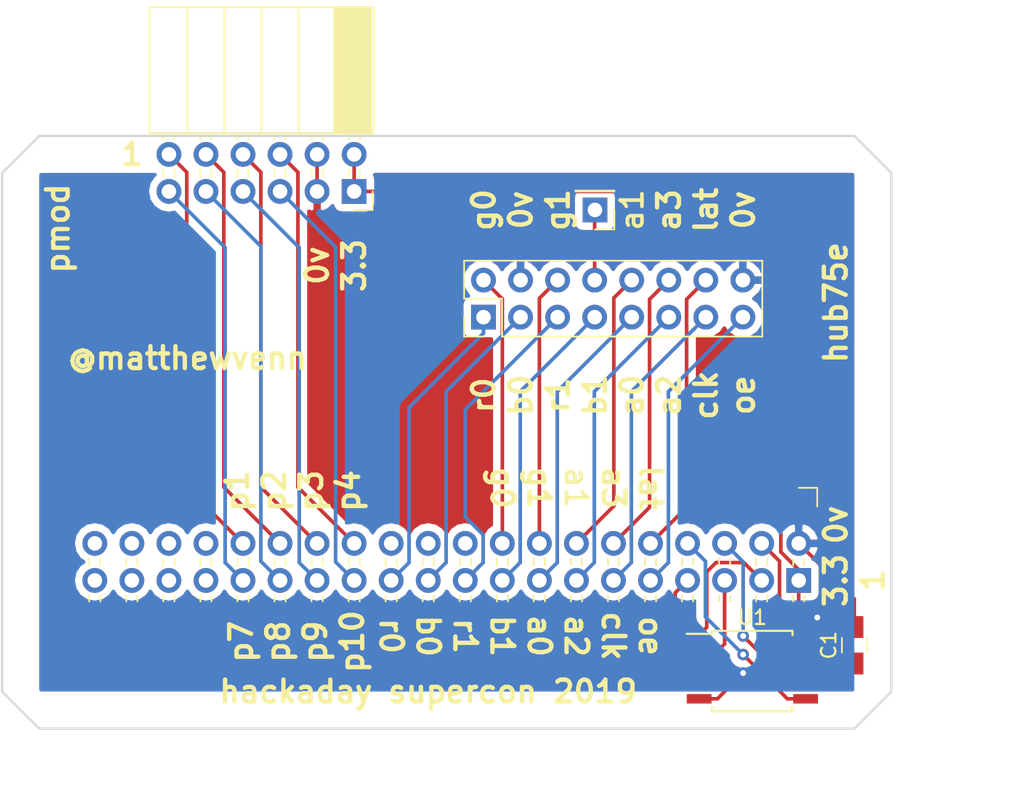
<source format=kicad_pcb>
(kicad_pcb (version 20170922) (host pcbnew "(2017-11-06 revision 3045509)-HEAD")

  (general
    (thickness 1.6)
    (drawings 57)
    (tracks 138)
    (zones 0)
    (modules 6)
    (nets 42)
  )

  (page A4)
  (layers
    (0 F.Cu signal)
    (31 B.Cu signal)
    (32 B.Adhes user)
    (33 F.Adhes user)
    (34 B.Paste user)
    (35 F.Paste user)
    (36 B.SilkS user)
    (37 F.SilkS user)
    (38 B.Mask user)
    (39 F.Mask user)
    (40 Dwgs.User user)
    (41 Cmts.User user)
    (42 Eco1.User user)
    (43 Eco2.User user)
    (44 Edge.Cuts user)
    (45 Margin user)
    (46 B.CrtYd user hide)
    (47 F.CrtYd user hide)
    (48 B.Fab user hide)
    (49 F.Fab user hide)
  )

  (setup
    (last_trace_width 0.25)
    (trace_clearance 0.25)
    (zone_clearance 0.508)
    (zone_45_only no)
    (trace_min 0.2)
    (segment_width 0.2)
    (edge_width 0.15)
    (via_size 0.8)
    (via_drill 0.4)
    (via_min_size 0.4)
    (via_min_drill 0.3)
    (uvia_size 0.3)
    (uvia_drill 0.1)
    (uvias_allowed no)
    (uvia_min_size 0.2)
    (uvia_min_drill 0.1)
    (pcb_text_width 0.3)
    (pcb_text_size 1.5 1.5)
    (mod_edge_width 0.15)
    (mod_text_size 0.8 0.8)
    (mod_text_width 0.1)
    (pad_size 1.524 1.524)
    (pad_drill 0.762)
    (pad_to_mask_clearance 0.2)
    (aux_axis_origin 0 0)
    (visible_elements FFFFFF7F)
    (pcbplotparams
      (layerselection 0x010fc_ffffffff)
      (usegerberextensions false)
      (usegerberattributes true)
      (usegerberadvancedattributes true)
      (creategerberjobfile true)
      (excludeedgelayer true)
      (linewidth 0.100000)
      (plotframeref false)
      (viasonmask false)
      (mode 1)
      (useauxorigin false)
      (hpglpennumber 1)
      (hpglpenspeed 20)
      (hpglpendiameter 15)
      (psnegative false)
      (psa4output false)
      (plotreference true)
      (plotvalue true)
      (plotinvisibletext false)
      (padsonsilk false)
      (subtractmaskfromsilk false)
      (outputformat 1)
      (mirror false)
      (drillshape 1)
      (scaleselection 1)
      (outputdirectory ""))
  )

  (net 0 "")
  (net 1 +3V3)
  (net 2 GND)
  (net 3 /pm10)
  (net 4 /pm4)
  (net 5 /pm9)
  (net 6 /pm3)
  (net 7 /pm8)
  (net 8 /pm2)
  (net 9 /pm7)
  (net 10 /pm1)
  (net 11 /r0)
  (net 12 /a0)
  (net 13 /r1)
  (net 14 /a1)
  (net 15 /b0)
  (net 16 /a2)
  (net 17 /b1)
  (net 18 /a3)
  (net 19 /g0)
  (net 20 /clk)
  (net 21 /g1)
  (net 22 /blank)
  (net 23 /latch)
  (net 24 "Net-(J2-Pad24)")
  (net 25 "Net-(J2-Pad33)")
  (net 26 "Net-(J2-Pad34)")
  (net 27 "Net-(J2-Pad35)")
  (net 28 "Net-(J2-Pad36)")
  (net 29 "Net-(J2-Pad37)")
  (net 30 "Net-(J2-Pad38)")
  (net 31 "Net-(J2-Pad39)")
  (net 32 "Net-(J2-Pad40)")
  (net 33 "Net-(J3-Pad8)")
  (net 34 /cs)
  (net 35 /hold)
  (net 36 /miso)
  (net 37 /sck)
  (net 38 /wp)
  (net 39 /mosi)
  (net 40 "Net-(J2-Pad20)")
  (net 41 "Net-(J2-Pad22)")

  (net_class Default "This is the default net class."
    (clearance 0.25)
    (trace_width 0.25)
    (via_dia 0.8)
    (via_drill 0.4)
    (uvia_dia 0.3)
    (uvia_drill 0.1)
    (add_net +3V3)
    (add_net /a0)
    (add_net /a1)
    (add_net /a2)
    (add_net /a3)
    (add_net /b0)
    (add_net /b1)
    (add_net /blank)
    (add_net /clk)
    (add_net /cs)
    (add_net /g0)
    (add_net /g1)
    (add_net /hold)
    (add_net /latch)
    (add_net /miso)
    (add_net /mosi)
    (add_net /pm1)
    (add_net /pm10)
    (add_net /pm2)
    (add_net /pm3)
    (add_net /pm4)
    (add_net /pm7)
    (add_net /pm8)
    (add_net /pm9)
    (add_net /r0)
    (add_net /r1)
    (add_net /sck)
    (add_net /wp)
    (add_net GND)
    (add_net "Net-(J2-Pad20)")
    (add_net "Net-(J2-Pad22)")
    (add_net "Net-(J2-Pad24)")
    (add_net "Net-(J2-Pad33)")
    (add_net "Net-(J2-Pad34)")
    (add_net "Net-(J2-Pad35)")
    (add_net "Net-(J2-Pad36)")
    (add_net "Net-(J2-Pad37)")
    (add_net "Net-(J2-Pad38)")
    (add_net "Net-(J2-Pad39)")
    (add_net "Net-(J2-Pad40)")
    (add_net "Net-(J3-Pad8)")
  )

  (module Pin_Headers:Pin_Header_Angled_2x20_Pitch2.54mm (layer F.Cu) (tedit 5DC14ED8) (tstamp 5DDE6D1F)
    (at 78.74 146.05 270)
    (descr "Through hole angled pin header, 2x20, 2.54mm pitch, 6mm pin length, double rows")
    (tags "Through hole angled pin header THT 2x20 2.54mm double row")
    (path /5DC13AFB)
    (fp_text reference J2 (at 5.655 -2.27 270) (layer F.SilkS) hide
      (effects (font (size 1 1) (thickness 0.15)))
    )
    (fp_text value Conn_02x20_Odd_Even (at 5.655 50.53 270) (layer F.Fab)
      (effects (font (size 1 1) (thickness 0.15)))
    )
    (fp_line (start -0.32 -0.32) (end 4.04 -0.32) (layer F.Fab) (width 0.1))
    (fp_line (start -0.32 0.32) (end 4.04 0.32) (layer F.Fab) (width 0.1))
    (fp_line (start -0.32 2.22) (end 4.04 2.22) (layer F.Fab) (width 0.1))
    (fp_line (start -0.32 2.86) (end 4.04 2.86) (layer F.Fab) (width 0.1))
    (fp_line (start -0.32 4.76) (end 4.04 4.76) (layer F.Fab) (width 0.1))
    (fp_line (start -0.32 5.4) (end 4.04 5.4) (layer F.Fab) (width 0.1))
    (fp_line (start -0.32 7.3) (end 4.04 7.3) (layer F.Fab) (width 0.1))
    (fp_line (start -0.32 7.94) (end 4.04 7.94) (layer F.Fab) (width 0.1))
    (fp_line (start -0.32 9.84) (end 4.04 9.84) (layer F.Fab) (width 0.1))
    (fp_line (start -0.32 10.48) (end 4.04 10.48) (layer F.Fab) (width 0.1))
    (fp_line (start -0.32 12.38) (end 4.04 12.38) (layer F.Fab) (width 0.1))
    (fp_line (start -0.32 13.02) (end 4.04 13.02) (layer F.Fab) (width 0.1))
    (fp_line (start -0.32 14.92) (end 4.04 14.92) (layer F.Fab) (width 0.1))
    (fp_line (start -0.32 15.56) (end 4.04 15.56) (layer F.Fab) (width 0.1))
    (fp_line (start -0.32 17.46) (end 4.04 17.46) (layer F.Fab) (width 0.1))
    (fp_line (start -0.32 18.1) (end 4.04 18.1) (layer F.Fab) (width 0.1))
    (fp_line (start -0.32 20) (end 4.04 20) (layer F.Fab) (width 0.1))
    (fp_line (start -0.32 20.64) (end 4.04 20.64) (layer F.Fab) (width 0.1))
    (fp_line (start -0.32 22.54) (end 4.04 22.54) (layer F.Fab) (width 0.1))
    (fp_line (start -0.32 23.18) (end 4.04 23.18) (layer F.Fab) (width 0.1))
    (fp_line (start -0.32 25.08) (end 4.04 25.08) (layer F.Fab) (width 0.1))
    (fp_line (start -0.32 25.72) (end 4.04 25.72) (layer F.Fab) (width 0.1))
    (fp_line (start -0.32 27.62) (end 4.04 27.62) (layer F.Fab) (width 0.1))
    (fp_line (start -0.32 28.26) (end 4.04 28.26) (layer F.Fab) (width 0.1))
    (fp_line (start -0.32 30.16) (end 4.04 30.16) (layer F.Fab) (width 0.1))
    (fp_line (start -0.32 30.8) (end 4.04 30.8) (layer F.Fab) (width 0.1))
    (fp_line (start -0.32 32.7) (end 4.04 32.7) (layer F.Fab) (width 0.1))
    (fp_line (start -0.32 33.34) (end 4.04 33.34) (layer F.Fab) (width 0.1))
    (fp_line (start -0.32 35.24) (end 4.04 35.24) (layer F.Fab) (width 0.1))
    (fp_line (start -0.32 35.88) (end 4.04 35.88) (layer F.Fab) (width 0.1))
    (fp_line (start -0.32 37.78) (end 4.04 37.78) (layer F.Fab) (width 0.1))
    (fp_line (start -0.32 38.42) (end 4.04 38.42) (layer F.Fab) (width 0.1))
    (fp_line (start -0.32 40.32) (end 4.04 40.32) (layer F.Fab) (width 0.1))
    (fp_line (start -0.32 40.96) (end 4.04 40.96) (layer F.Fab) (width 0.1))
    (fp_line (start -0.32 42.86) (end 4.04 42.86) (layer F.Fab) (width 0.1))
    (fp_line (start -0.32 43.5) (end 4.04 43.5) (layer F.Fab) (width 0.1))
    (fp_line (start -0.32 45.4) (end 4.04 45.4) (layer F.Fab) (width 0.1))
    (fp_line (start -0.32 46.04) (end 4.04 46.04) (layer F.Fab) (width 0.1))
    (fp_line (start -0.32 47.94) (end 4.04 47.94) (layer F.Fab) (width 0.1))
    (fp_line (start -0.32 48.58) (end 4.04 48.58) (layer F.Fab) (width 0.1))
    (fp_line (start 3.582929 -0.38) (end 3.98 -0.38) (layer F.SilkS) (width 0.12))
    (fp_line (start 3.582929 0.38) (end 3.98 0.38) (layer F.SilkS) (width 0.12))
    (fp_line (start 1.11 -0.38) (end 1.497071 -0.38) (layer F.SilkS) (width 0.12))
    (fp_line (start 1.11 0.38) (end 1.497071 0.38) (layer F.SilkS) (width 0.12))
    (fp_line (start 3.582929 2.16) (end 3.98 2.16) (layer F.SilkS) (width 0.12))
    (fp_line (start 3.582929 2.92) (end 3.98 2.92) (layer F.SilkS) (width 0.12))
    (fp_line (start 1.042929 2.16) (end 1.497071 2.16) (layer F.SilkS) (width 0.12))
    (fp_line (start 1.042929 2.92) (end 1.497071 2.92) (layer F.SilkS) (width 0.12))
    (fp_line (start 3.582929 4.7) (end 3.98 4.7) (layer F.SilkS) (width 0.12))
    (fp_line (start 3.582929 5.46) (end 3.98 5.46) (layer F.SilkS) (width 0.12))
    (fp_line (start 1.042929 4.7) (end 1.497071 4.7) (layer F.SilkS) (width 0.12))
    (fp_line (start 1.042929 5.46) (end 1.497071 5.46) (layer F.SilkS) (width 0.12))
    (fp_line (start 3.582929 7.24) (end 3.98 7.24) (layer F.SilkS) (width 0.12))
    (fp_line (start 3.582929 8) (end 3.98 8) (layer F.SilkS) (width 0.12))
    (fp_line (start 1.042929 7.24) (end 1.497071 7.24) (layer F.SilkS) (width 0.12))
    (fp_line (start 1.042929 8) (end 1.497071 8) (layer F.SilkS) (width 0.12))
    (fp_line (start 3.582929 9.78) (end 3.98 9.78) (layer F.SilkS) (width 0.12))
    (fp_line (start 3.582929 10.54) (end 3.98 10.54) (layer F.SilkS) (width 0.12))
    (fp_line (start 1.042929 9.78) (end 1.497071 9.78) (layer F.SilkS) (width 0.12))
    (fp_line (start 1.042929 10.54) (end 1.497071 10.54) (layer F.SilkS) (width 0.12))
    (fp_line (start 3.582929 12.32) (end 3.98 12.32) (layer F.SilkS) (width 0.12))
    (fp_line (start 3.582929 13.08) (end 3.98 13.08) (layer F.SilkS) (width 0.12))
    (fp_line (start 1.042929 12.32) (end 1.497071 12.32) (layer F.SilkS) (width 0.12))
    (fp_line (start 1.042929 13.08) (end 1.497071 13.08) (layer F.SilkS) (width 0.12))
    (fp_line (start 3.582929 14.86) (end 3.98 14.86) (layer F.SilkS) (width 0.12))
    (fp_line (start 3.582929 15.62) (end 3.98 15.62) (layer F.SilkS) (width 0.12))
    (fp_line (start 1.042929 14.86) (end 1.497071 14.86) (layer F.SilkS) (width 0.12))
    (fp_line (start 1.042929 15.62) (end 1.497071 15.62) (layer F.SilkS) (width 0.12))
    (fp_line (start 3.582929 17.4) (end 3.98 17.4) (layer F.SilkS) (width 0.12))
    (fp_line (start 3.582929 18.16) (end 3.98 18.16) (layer F.SilkS) (width 0.12))
    (fp_line (start 1.042929 17.4) (end 1.497071 17.4) (layer F.SilkS) (width 0.12))
    (fp_line (start 1.042929 18.16) (end 1.497071 18.16) (layer F.SilkS) (width 0.12))
    (fp_line (start 3.582929 19.94) (end 3.98 19.94) (layer F.SilkS) (width 0.12))
    (fp_line (start 3.582929 20.7) (end 3.98 20.7) (layer F.SilkS) (width 0.12))
    (fp_line (start 1.042929 19.94) (end 1.497071 19.94) (layer F.SilkS) (width 0.12))
    (fp_line (start 1.042929 20.7) (end 1.497071 20.7) (layer F.SilkS) (width 0.12))
    (fp_line (start 3.582929 22.48) (end 3.98 22.48) (layer F.SilkS) (width 0.12))
    (fp_line (start 3.582929 23.24) (end 3.98 23.24) (layer F.SilkS) (width 0.12))
    (fp_line (start 1.042929 22.48) (end 1.497071 22.48) (layer F.SilkS) (width 0.12))
    (fp_line (start 1.042929 23.24) (end 1.497071 23.24) (layer F.SilkS) (width 0.12))
    (fp_line (start 3.582929 25.02) (end 3.98 25.02) (layer F.SilkS) (width 0.12))
    (fp_line (start 3.582929 25.78) (end 3.98 25.78) (layer F.SilkS) (width 0.12))
    (fp_line (start 1.042929 25.02) (end 1.497071 25.02) (layer F.SilkS) (width 0.12))
    (fp_line (start 1.042929 25.78) (end 1.497071 25.78) (layer F.SilkS) (width 0.12))
    (fp_line (start 3.582929 27.56) (end 3.98 27.56) (layer F.SilkS) (width 0.12))
    (fp_line (start 3.582929 28.32) (end 3.98 28.32) (layer F.SilkS) (width 0.12))
    (fp_line (start 1.042929 27.56) (end 1.497071 27.56) (layer F.SilkS) (width 0.12))
    (fp_line (start 1.042929 28.32) (end 1.497071 28.32) (layer F.SilkS) (width 0.12))
    (fp_line (start 3.582929 30.1) (end 3.98 30.1) (layer F.SilkS) (width 0.12))
    (fp_line (start 3.582929 30.86) (end 3.98 30.86) (layer F.SilkS) (width 0.12))
    (fp_line (start 1.042929 30.1) (end 1.497071 30.1) (layer F.SilkS) (width 0.12))
    (fp_line (start 1.042929 30.86) (end 1.497071 30.86) (layer F.SilkS) (width 0.12))
    (fp_line (start 3.582929 32.64) (end 3.98 32.64) (layer F.SilkS) (width 0.12))
    (fp_line (start 3.582929 33.4) (end 3.98 33.4) (layer F.SilkS) (width 0.12))
    (fp_line (start 1.042929 32.64) (end 1.497071 32.64) (layer F.SilkS) (width 0.12))
    (fp_line (start 1.042929 33.4) (end 1.497071 33.4) (layer F.SilkS) (width 0.12))
    (fp_line (start 3.582929 35.18) (end 3.98 35.18) (layer F.SilkS) (width 0.12))
    (fp_line (start 3.582929 35.94) (end 3.98 35.94) (layer F.SilkS) (width 0.12))
    (fp_line (start 1.042929 35.18) (end 1.497071 35.18) (layer F.SilkS) (width 0.12))
    (fp_line (start 1.042929 35.94) (end 1.497071 35.94) (layer F.SilkS) (width 0.12))
    (fp_line (start 3.582929 37.72) (end 3.98 37.72) (layer F.SilkS) (width 0.12))
    (fp_line (start 3.582929 38.48) (end 3.98 38.48) (layer F.SilkS) (width 0.12))
    (fp_line (start 1.042929 37.72) (end 1.497071 37.72) (layer F.SilkS) (width 0.12))
    (fp_line (start 1.042929 38.48) (end 1.497071 38.48) (layer F.SilkS) (width 0.12))
    (fp_line (start 3.582929 40.26) (end 3.98 40.26) (layer F.SilkS) (width 0.12))
    (fp_line (start 3.582929 41.02) (end 3.98 41.02) (layer F.SilkS) (width 0.12))
    (fp_line (start 1.042929 40.26) (end 1.497071 40.26) (layer F.SilkS) (width 0.12))
    (fp_line (start 1.042929 41.02) (end 1.497071 41.02) (layer F.SilkS) (width 0.12))
    (fp_line (start 3.582929 42.8) (end 3.98 42.8) (layer F.SilkS) (width 0.12))
    (fp_line (start 3.582929 43.56) (end 3.98 43.56) (layer F.SilkS) (width 0.12))
    (fp_line (start 1.042929 42.8) (end 1.497071 42.8) (layer F.SilkS) (width 0.12))
    (fp_line (start 1.042929 43.56) (end 1.497071 43.56) (layer F.SilkS) (width 0.12))
    (fp_line (start 3.582929 45.34) (end 3.98 45.34) (layer F.SilkS) (width 0.12))
    (fp_line (start 3.582929 46.1) (end 3.98 46.1) (layer F.SilkS) (width 0.12))
    (fp_line (start 1.042929 45.34) (end 1.497071 45.34) (layer F.SilkS) (width 0.12))
    (fp_line (start 1.042929 46.1) (end 1.497071 46.1) (layer F.SilkS) (width 0.12))
    (fp_line (start 3.582929 47.88) (end 3.98 47.88) (layer F.SilkS) (width 0.12))
    (fp_line (start 3.582929 48.64) (end 3.98 48.64) (layer F.SilkS) (width 0.12))
    (fp_line (start 1.042929 47.88) (end 1.497071 47.88) (layer F.SilkS) (width 0.12))
    (fp_line (start 1.042929 48.64) (end 1.497071 48.64) (layer F.SilkS) (width 0.12))
    (fp_line (start -3.81 0) (end -3.81 -1.27) (layer F.SilkS) (width 0.12))
    (fp_line (start -3.81 -1.27) (end -2.54 -1.27) (layer F.SilkS) (width 0.12))
    (fp_line (start -1.8 -1.8) (end -1.8 50.05) (layer F.CrtYd) (width 0.05))
    (pad 1 thru_hole rect (at 2.54 0 270) (size 1.7 1.7) (drill 1) (layers *.Cu *.Mask)
      (net 1 +3V3))
    (pad 2 thru_hole oval (at 0 0 270) (size 1.7 1.7) (drill 1) (layers *.Cu *.Mask)
      (net 2 GND))
    (pad 3 thru_hole oval (at 2.54 2.54 270) (size 1.7 1.7) (drill 1) (layers *.Cu *.Mask)
      (net 34 /cs))
    (pad 4 thru_hole oval (at 0 2.54 270) (size 1.7 1.7) (drill 1) (layers *.Cu *.Mask)
      (net 35 /hold))
    (pad 5 thru_hole oval (at 2.54 5.08 270) (size 1.7 1.7) (drill 1) (layers *.Cu *.Mask)
      (net 36 /miso))
    (pad 6 thru_hole oval (at 0 5.08 270) (size 1.7 1.7) (drill 1) (layers *.Cu *.Mask)
      (net 37 /sck))
    (pad 7 thru_hole oval (at 2.54 7.62 270) (size 1.7 1.7) (drill 1) (layers *.Cu *.Mask)
      (net 38 /wp))
    (pad 8 thru_hole oval (at 0 7.62 270) (size 1.7 1.7) (drill 1) (layers *.Cu *.Mask)
      (net 39 /mosi))
    (pad 9 thru_hole oval (at 2.54 10.16 270) (size 1.7 1.7) (drill 1) (layers *.Cu *.Mask)
      (net 22 /blank))
    (pad 10 thru_hole oval (at 0 10.16 270) (size 1.7 1.7) (drill 1) (layers *.Cu *.Mask)
      (net 23 /latch))
    (pad 11 thru_hole oval (at 2.54 12.7 270) (size 1.7 1.7) (drill 1) (layers *.Cu *.Mask)
      (net 20 /clk))
    (pad 12 thru_hole oval (at 0 12.7 270) (size 1.7 1.7) (drill 1) (layers *.Cu *.Mask)
      (net 18 /a3))
    (pad 13 thru_hole oval (at 2.54 15.24 270) (size 1.7 1.7) (drill 1) (layers *.Cu *.Mask)
      (net 16 /a2))
    (pad 14 thru_hole oval (at 0 15.24 270) (size 1.7 1.7) (drill 1) (layers *.Cu *.Mask)
      (net 14 /a1))
    (pad 15 thru_hole oval (at 2.54 17.78 270) (size 1.7 1.7) (drill 1) (layers *.Cu *.Mask)
      (net 12 /a0))
    (pad 16 thru_hole oval (at 0 17.78 270) (size 1.7 1.7) (drill 1) (layers *.Cu *.Mask)
      (net 21 /g1))
    (pad 17 thru_hole oval (at 2.54 20.32 270) (size 1.7 1.7) (drill 1) (layers *.Cu *.Mask)
      (net 17 /b1))
    (pad 18 thru_hole oval (at 0 20.32 270) (size 1.7 1.7) (drill 1) (layers *.Cu *.Mask)
      (net 19 /g0))
    (pad 19 thru_hole oval (at 2.54 22.86 270) (size 1.7 1.7) (drill 1) (layers *.Cu *.Mask)
      (net 13 /r1))
    (pad 20 thru_hole oval (at 0 22.86 270) (size 1.7 1.7) (drill 1) (layers *.Cu *.Mask)
      (net 40 "Net-(J2-Pad20)"))
    (pad 21 thru_hole oval (at 2.54 25.4 270) (size 1.7 1.7) (drill 1) (layers *.Cu *.Mask)
      (net 15 /b0))
    (pad 22 thru_hole oval (at 0 25.4 270) (size 1.7 1.7) (drill 1) (layers *.Cu *.Mask)
      (net 41 "Net-(J2-Pad22)"))
    (pad 23 thru_hole oval (at 2.54 27.94 270) (size 1.7 1.7) (drill 1) (layers *.Cu *.Mask)
      (net 11 /r0))
    (pad 24 thru_hole oval (at 0 27.94 270) (size 1.7 1.7) (drill 1) (layers *.Cu *.Mask)
      (net 24 "Net-(J2-Pad24)"))
    (pad 25 thru_hole oval (at 2.54 30.48 270) (size 1.7 1.7) (drill 1) (layers *.Cu *.Mask)
      (net 3 /pm10))
    (pad 26 thru_hole oval (at 0 30.48 270) (size 1.7 1.7) (drill 1) (layers *.Cu *.Mask)
      (net 4 /pm4))
    (pad 27 thru_hole oval (at 2.54 33.02 270) (size 1.7 1.7) (drill 1) (layers *.Cu *.Mask)
      (net 5 /pm9))
    (pad 28 thru_hole oval (at 0 33.02 270) (size 1.7 1.7) (drill 1) (layers *.Cu *.Mask)
      (net 6 /pm3))
    (pad 29 thru_hole oval (at 2.54 35.56 270) (size 1.7 1.7) (drill 1) (layers *.Cu *.Mask)
      (net 7 /pm8))
    (pad 30 thru_hole oval (at 0 35.56 270) (size 1.7 1.7) (drill 1) (layers *.Cu *.Mask)
      (net 8 /pm2))
    (pad 31 thru_hole oval (at 2.54 38.1 270) (size 1.7 1.7) (drill 1) (layers *.Cu *.Mask)
      (net 9 /pm7))
    (pad 32 thru_hole oval (at 0 38.1 270) (size 1.7 1.7) (drill 1) (layers *.Cu *.Mask)
      (net 10 /pm1))
    (pad 33 thru_hole oval (at 2.54 40.64 270) (size 1.7 1.7) (drill 1) (layers *.Cu *.Mask)
      (net 25 "Net-(J2-Pad33)"))
    (pad 34 thru_hole oval (at 0 40.64 270) (size 1.7 1.7) (drill 1) (layers *.Cu *.Mask)
      (net 26 "Net-(J2-Pad34)"))
    (pad 35 thru_hole oval (at 2.54 43.18 270) (size 1.7 1.7) (drill 1) (layers *.Cu *.Mask)
      (net 27 "Net-(J2-Pad35)"))
    (pad 36 thru_hole oval (at 0 43.18 270) (size 1.7 1.7) (drill 1) (layers *.Cu *.Mask)
      (net 28 "Net-(J2-Pad36)"))
    (pad 37 thru_hole oval (at 2.54 45.72 270) (size 1.7 1.7) (drill 1) (layers *.Cu *.Mask)
      (net 29 "Net-(J2-Pad37)"))
    (pad 38 thru_hole oval (at 0 45.72 270) (size 1.7 1.7) (drill 1) (layers *.Cu *.Mask)
      (net 30 "Net-(J2-Pad38)"))
    (pad 39 thru_hole oval (at 2.54 48.26 270) (size 1.7 1.7) (drill 1) (layers *.Cu *.Mask)
      (net 31 "Net-(J2-Pad39)"))
    (pad 40 thru_hole oval (at 0 48.26 270) (size 1.7 1.7) (drill 1) (layers *.Cu *.Mask)
      (net 32 "Net-(J2-Pad40)"))
    (model ${KISYS3DMOD}/Pin_Headers.3dshapes/Pin_Header_Angled_2x20_Pitch2.54mm.wrl
      (at (xyz 0 -1.897637795275591 -0.07874015748031496))
      (scale (xyz 1 1 1))
      (rotate (xyz 0 180 180))
    )
  )

  (module Socket_Strips:Socket_Strip_Angled_2x06_Pitch2.54mm (layer F.Cu) (tedit 5DC14371) (tstamp 5DD4188F)
    (at 48.26 121.92 270)
    (descr "Through hole angled socket strip, 2x06, 2.54mm pitch, 8.51mm socket length, double rows")
    (tags "Through hole angled socket strip THT 2x06 2.54mm double row")
    (path /5DC144D0)
    (fp_text reference J1 (at -5.65 -2.27 270) (layer F.SilkS) hide
      (effects (font (size 1 1) (thickness 0.15)))
    )
    (fp_text value Conn_02x06_Odd_Even (at -5.65 14.97 270) (layer F.Fab)
      (effects (font (size 1 1) (thickness 0.15)))
    )
    (fp_line (start -4.06 -1.27) (end -4.06 1.27) (layer F.Fab) (width 0.1))
    (fp_line (start -4.06 1.27) (end -12.57 1.27) (layer F.Fab) (width 0.1))
    (fp_line (start -12.57 1.27) (end -12.57 -1.27) (layer F.Fab) (width 0.1))
    (fp_line (start -12.57 -1.27) (end -4.06 -1.27) (layer F.Fab) (width 0.1))
    (fp_line (start 0 -0.32) (end 0 0.32) (layer F.Fab) (width 0.1))
    (fp_line (start 0 0.32) (end -4.06 0.32) (layer F.Fab) (width 0.1))
    (fp_line (start -4.06 0.32) (end -4.06 -0.32) (layer F.Fab) (width 0.1))
    (fp_line (start -4.06 -0.32) (end 0 -0.32) (layer F.Fab) (width 0.1))
    (fp_line (start -4.06 1.27) (end -4.06 3.81) (layer F.Fab) (width 0.1))
    (fp_line (start -4.06 3.81) (end -12.57 3.81) (layer F.Fab) (width 0.1))
    (fp_line (start -12.57 3.81) (end -12.57 1.27) (layer F.Fab) (width 0.1))
    (fp_line (start -12.57 1.27) (end -4.06 1.27) (layer F.Fab) (width 0.1))
    (fp_line (start 0 2.22) (end 0 2.86) (layer F.Fab) (width 0.1))
    (fp_line (start 0 2.86) (end -4.06 2.86) (layer F.Fab) (width 0.1))
    (fp_line (start -4.06 2.86) (end -4.06 2.22) (layer F.Fab) (width 0.1))
    (fp_line (start -4.06 2.22) (end 0 2.22) (layer F.Fab) (width 0.1))
    (fp_line (start -4.06 3.81) (end -4.06 6.35) (layer F.Fab) (width 0.1))
    (fp_line (start -4.06 6.35) (end -12.57 6.35) (layer F.Fab) (width 0.1))
    (fp_line (start -12.57 6.35) (end -12.57 3.81) (layer F.Fab) (width 0.1))
    (fp_line (start -12.57 3.81) (end -4.06 3.81) (layer F.Fab) (width 0.1))
    (fp_line (start 0 4.76) (end 0 5.4) (layer F.Fab) (width 0.1))
    (fp_line (start 0 5.4) (end -4.06 5.4) (layer F.Fab) (width 0.1))
    (fp_line (start -4.06 5.4) (end -4.06 4.76) (layer F.Fab) (width 0.1))
    (fp_line (start -4.06 4.76) (end 0 4.76) (layer F.Fab) (width 0.1))
    (fp_line (start -4.06 6.35) (end -4.06 8.89) (layer F.Fab) (width 0.1))
    (fp_line (start -4.06 8.89) (end -12.57 8.89) (layer F.Fab) (width 0.1))
    (fp_line (start -12.57 8.89) (end -12.57 6.35) (layer F.Fab) (width 0.1))
    (fp_line (start -12.57 6.35) (end -4.06 6.35) (layer F.Fab) (width 0.1))
    (fp_line (start 0 7.3) (end 0 7.94) (layer F.Fab) (width 0.1))
    (fp_line (start 0 7.94) (end -4.06 7.94) (layer F.Fab) (width 0.1))
    (fp_line (start -4.06 7.94) (end -4.06 7.3) (layer F.Fab) (width 0.1))
    (fp_line (start -4.06 7.3) (end 0 7.3) (layer F.Fab) (width 0.1))
    (fp_line (start -4.06 8.89) (end -4.06 11.43) (layer F.Fab) (width 0.1))
    (fp_line (start -4.06 11.43) (end -12.57 11.43) (layer F.Fab) (width 0.1))
    (fp_line (start -12.57 11.43) (end -12.57 8.89) (layer F.Fab) (width 0.1))
    (fp_line (start -12.57 8.89) (end -4.06 8.89) (layer F.Fab) (width 0.1))
    (fp_line (start 0 9.84) (end 0 10.48) (layer F.Fab) (width 0.1))
    (fp_line (start 0 10.48) (end -4.06 10.48) (layer F.Fab) (width 0.1))
    (fp_line (start -4.06 10.48) (end -4.06 9.84) (layer F.Fab) (width 0.1))
    (fp_line (start -4.06 9.84) (end 0 9.84) (layer F.Fab) (width 0.1))
    (fp_line (start -4.06 11.43) (end -4.06 13.97) (layer F.Fab) (width 0.1))
    (fp_line (start -4.06 13.97) (end -12.57 13.97) (layer F.Fab) (width 0.1))
    (fp_line (start -12.57 13.97) (end -12.57 11.43) (layer F.Fab) (width 0.1))
    (fp_line (start -12.57 11.43) (end -4.06 11.43) (layer F.Fab) (width 0.1))
    (fp_line (start 0 12.38) (end 0 13.02) (layer F.Fab) (width 0.1))
    (fp_line (start 0 13.02) (end -4.06 13.02) (layer F.Fab) (width 0.1))
    (fp_line (start -4.06 13.02) (end -4.06 12.38) (layer F.Fab) (width 0.1))
    (fp_line (start -4.06 12.38) (end 0 12.38) (layer F.Fab) (width 0.1))
    (fp_line (start -4 -1.33) (end -4 1.27) (layer F.SilkS) (width 0.12))
    (fp_line (start -4 1.27) (end -12.63 1.27) (layer F.SilkS) (width 0.12))
    (fp_line (start -12.63 1.27) (end -12.63 -1.33) (layer F.SilkS) (width 0.12))
    (fp_line (start -12.63 -1.33) (end -4 -1.33) (layer F.SilkS) (width 0.12))
    (fp_line (start -3.57 -0.38) (end -4 -0.38) (layer F.SilkS) (width 0.12))
    (fp_line (start -3.57 0.38) (end -4 0.38) (layer F.SilkS) (width 0.12))
    (fp_line (start -1.03 -0.38) (end -1.51 -0.38) (layer F.SilkS) (width 0.12))
    (fp_line (start -1.03 0.38) (end -1.51 0.38) (layer F.SilkS) (width 0.12))
    (fp_line (start -4 -1.15) (end -12.63 -1.15) (layer F.SilkS) (width 0.12))
    (fp_line (start -4 -1.03) (end -12.63 -1.03) (layer F.SilkS) (width 0.12))
    (fp_line (start -4 -0.91) (end -12.63 -0.91) (layer F.SilkS) (width 0.12))
    (fp_line (start -4 -0.79) (end -12.63 -0.79) (layer F.SilkS) (width 0.12))
    (fp_line (start -4 -0.67) (end -12.63 -0.67) (layer F.SilkS) (width 0.12))
    (fp_line (start -4 -0.55) (end -12.63 -0.55) (layer F.SilkS) (width 0.12))
    (fp_line (start -4 -0.43) (end -12.63 -0.43) (layer F.SilkS) (width 0.12))
    (fp_line (start -4 -0.31) (end -12.63 -0.31) (layer F.SilkS) (width 0.12))
    (fp_line (start -4 -0.19) (end -12.63 -0.19) (layer F.SilkS) (width 0.12))
    (fp_line (start -4 -0.07) (end -12.63 -0.07) (layer F.SilkS) (width 0.12))
    (fp_line (start -4 0.05) (end -12.63 0.05) (layer F.SilkS) (width 0.12))
    (fp_line (start -4 0.17) (end -12.63 0.17) (layer F.SilkS) (width 0.12))
    (fp_line (start -4 0.29) (end -12.63 0.29) (layer F.SilkS) (width 0.12))
    (fp_line (start -4 0.41) (end -12.63 0.41) (layer F.SilkS) (width 0.12))
    (fp_line (start -4 0.53) (end -12.63 0.53) (layer F.SilkS) (width 0.12))
    (fp_line (start -4 0.65) (end -12.63 0.65) (layer F.SilkS) (width 0.12))
    (fp_line (start -4 0.77) (end -12.63 0.77) (layer F.SilkS) (width 0.12))
    (fp_line (start -4 0.89) (end -12.63 0.89) (layer F.SilkS) (width 0.12))
    (fp_line (start -4 1.01) (end -12.63 1.01) (layer F.SilkS) (width 0.12))
    (fp_line (start -4 1.13) (end -12.63 1.13) (layer F.SilkS) (width 0.12))
    (fp_line (start -4 1.25) (end -12.63 1.25) (layer F.SilkS) (width 0.12))
    (fp_line (start -4 1.37) (end -12.63 1.37) (layer F.SilkS) (width 0.12))
    (fp_line (start -4 1.27) (end -4 3.81) (layer F.SilkS) (width 0.12))
    (fp_line (start -4 3.81) (end -12.63 3.81) (layer F.SilkS) (width 0.12))
    (fp_line (start -12.63 3.81) (end -12.63 1.27) (layer F.SilkS) (width 0.12))
    (fp_line (start -12.63 1.27) (end -4 1.27) (layer F.SilkS) (width 0.12))
    (fp_line (start -3.57 2.16) (end -4 2.16) (layer F.SilkS) (width 0.12))
    (fp_line (start -3.57 2.92) (end -4 2.92) (layer F.SilkS) (width 0.12))
    (fp_line (start -1.03 2.16) (end -1.51 2.16) (layer F.SilkS) (width 0.12))
    (fp_line (start -1.03 2.92) (end -1.51 2.92) (layer F.SilkS) (width 0.12))
    (fp_line (start -4 3.81) (end -4 6.35) (layer F.SilkS) (width 0.12))
    (fp_line (start -4 6.35) (end -12.63 6.35) (layer F.SilkS) (width 0.12))
    (fp_line (start -12.63 6.35) (end -12.63 3.81) (layer F.SilkS) (width 0.12))
    (fp_line (start -12.63 3.81) (end -4 3.81) (layer F.SilkS) (width 0.12))
    (fp_line (start -3.57 4.7) (end -4 4.7) (layer F.SilkS) (width 0.12))
    (fp_line (start -3.57 5.46) (end -4 5.46) (layer F.SilkS) (width 0.12))
    (fp_line (start -1.03 4.7) (end -1.51 4.7) (layer F.SilkS) (width 0.12))
    (fp_line (start -1.03 5.46) (end -1.51 5.46) (layer F.SilkS) (width 0.12))
    (fp_line (start -4 6.35) (end -4 8.89) (layer F.SilkS) (width 0.12))
    (fp_line (start -4 8.89) (end -12.63 8.89) (layer F.SilkS) (width 0.12))
    (fp_line (start -12.63 8.89) (end -12.63 6.35) (layer F.SilkS) (width 0.12))
    (fp_line (start -12.63 6.35) (end -4 6.35) (layer F.SilkS) (width 0.12))
    (fp_line (start -3.57 7.24) (end -4 7.24) (layer F.SilkS) (width 0.12))
    (fp_line (start -3.57 8) (end -4 8) (layer F.SilkS) (width 0.12))
    (fp_line (start -1.03 7.24) (end -1.51 7.24) (layer F.SilkS) (width 0.12))
    (fp_line (start -1.03 8) (end -1.51 8) (layer F.SilkS) (width 0.12))
    (fp_line (start -4 8.89) (end -4 11.43) (layer F.SilkS) (width 0.12))
    (fp_line (start -4 11.43) (end -12.63 11.43) (layer F.SilkS) (width 0.12))
    (fp_line (start -12.63 11.43) (end -12.63 8.89) (layer F.SilkS) (width 0.12))
    (fp_line (start -12.63 8.89) (end -4 8.89) (layer F.SilkS) (width 0.12))
    (fp_line (start -3.57 9.78) (end -4 9.78) (layer F.SilkS) (width 0.12))
    (fp_line (start -3.57 10.54) (end -4 10.54) (layer F.SilkS) (width 0.12))
    (fp_line (start -1.03 9.78) (end -1.51 9.78) (layer F.SilkS) (width 0.12))
    (fp_line (start -1.03 10.54) (end -1.51 10.54) (layer F.SilkS) (width 0.12))
    (fp_line (start -4 11.43) (end -4 14.03) (layer F.SilkS) (width 0.12))
    (fp_line (start -4 14.03) (end -12.63 14.03) (layer F.SilkS) (width 0.12))
    (fp_line (start -12.63 14.03) (end -12.63 11.43) (layer F.SilkS) (width 0.12))
    (fp_line (start -12.63 11.43) (end -4 11.43) (layer F.SilkS) (width 0.12))
    (fp_line (start -3.57 12.32) (end -4 12.32) (layer F.SilkS) (width 0.12))
    (fp_line (start -3.57 13.08) (end -4 13.08) (layer F.SilkS) (width 0.12))
    (fp_line (start -1.03 12.32) (end -1.51 12.32) (layer F.SilkS) (width 0.12))
    (fp_line (start -1.03 13.08) (end -1.51 13.08) (layer F.SilkS) (width 0.12))
    (fp_line (start 0 -1.27) (end 1.27 -1.27) (layer F.SilkS) (width 0.12))
    (fp_line (start 1.27 -1.27) (end 1.27 0) (layer F.SilkS) (width 0.12))
    (fp_line (start 1.8 -1.8) (end 1.8 14.5) (layer F.CrtYd) (width 0.05))
    (fp_line (start 1.8 14.5) (end -13.1 14.5) (layer F.CrtYd) (width 0.05))
    (fp_line (start -13.1 14.5) (end -13.1 -1.8) (layer F.CrtYd) (width 0.05))
    (fp_line (start -13.1 -1.8) (end 1.8 -1.8) (layer F.CrtYd) (width 0.05))
    (fp_text user %R (at -5.65 -2.27 270) (layer F.Fab)
      (effects (font (size 1 1) (thickness 0.15)))
    )
    (pad 1 thru_hole rect (at 0 0 270) (size 1.7 1.7) (drill 1) (layers *.Cu *.Mask)
      (net 1 +3V3))
    (pad 2 thru_hole oval (at -2.54 0 270) (size 1.7 1.7) (drill 1) (layers *.Cu *.Mask)
      (net 1 +3V3))
    (pad 3 thru_hole oval (at 0 2.54 270) (size 1.7 1.7) (drill 1) (layers *.Cu *.Mask)
      (net 2 GND))
    (pad 4 thru_hole oval (at -2.54 2.54 270) (size 1.7 1.7) (drill 1) (layers *.Cu *.Mask)
      (net 2 GND))
    (pad 5 thru_hole oval (at 0 5.08 270) (size 1.7 1.7) (drill 1) (layers *.Cu *.Mask)
      (net 3 /pm10))
    (pad 6 thru_hole oval (at -2.54 5.08 270) (size 1.7 1.7) (drill 1) (layers *.Cu *.Mask)
      (net 4 /pm4))
    (pad 7 thru_hole oval (at 0 7.62 270) (size 1.7 1.7) (drill 1) (layers *.Cu *.Mask)
      (net 5 /pm9))
    (pad 8 thru_hole oval (at -2.54 7.62 270) (size 1.7 1.7) (drill 1) (layers *.Cu *.Mask)
      (net 6 /pm3))
    (pad 9 thru_hole oval (at 0 10.16 270) (size 1.7 1.7) (drill 1) (layers *.Cu *.Mask)
      (net 7 /pm8))
    (pad 10 thru_hole oval (at -2.54 10.16 270) (size 1.7 1.7) (drill 1) (layers *.Cu *.Mask)
      (net 8 /pm2))
    (pad 11 thru_hole oval (at 0 12.7 270) (size 1.7 1.7) (drill 1) (layers *.Cu *.Mask)
      (net 9 /pm7))
    (pad 12 thru_hole oval (at -2.54 12.7 270) (size 1.7 1.7) (drill 1) (layers *.Cu *.Mask)
      (net 10 /pm1))
    (model ${KISYS3DMOD}/Socket_Strips.3dshapes/Socket_Strip_Angled_2x06_Pitch2.54mm.wrl
      (at (xyz -0.05 -0.25 0))
      (scale (xyz 1 1 1))
      (rotate (xyz 0 0 270))
    )
  )

  (module Pin_Headers:Pin_Header_Straight_2x08_Pitch2.54mm (layer F.Cu) (tedit 5DC1436D) (tstamp 5DD41A0E)
    (at 57.13 130.54 90)
    (descr "Through hole straight pin header, 2x08, 2.54mm pitch, double rows")
    (tags "Through hole pin header THT 2x08 2.54mm double row")
    (path /5DC13EA6)
    (fp_text reference J3 (at 1.27 -2.33 90) (layer F.SilkS) hide
      (effects (font (size 1 1) (thickness 0.15)))
    )
    (fp_text value Conn_02x08_Odd_Even (at 1.27 20.11 90) (layer F.Fab)
      (effects (font (size 1 1) (thickness 0.15)))
    )
    (fp_line (start 0 -1.27) (end 3.81 -1.27) (layer F.Fab) (width 0.1))
    (fp_line (start 3.81 -1.27) (end 3.81 19.05) (layer F.Fab) (width 0.1))
    (fp_line (start 3.81 19.05) (end -1.27 19.05) (layer F.Fab) (width 0.1))
    (fp_line (start -1.27 19.05) (end -1.27 0) (layer F.Fab) (width 0.1))
    (fp_line (start -1.27 0) (end 0 -1.27) (layer F.Fab) (width 0.1))
    (fp_line (start -1.33 19.11) (end 3.87 19.11) (layer F.SilkS) (width 0.12))
    (fp_line (start -1.33 1.27) (end -1.33 19.11) (layer F.SilkS) (width 0.12))
    (fp_line (start 3.87 -1.33) (end 3.87 19.11) (layer F.SilkS) (width 0.12))
    (fp_line (start -1.33 1.27) (end 1.27 1.27) (layer F.SilkS) (width 0.12))
    (fp_line (start 1.27 1.27) (end 1.27 -1.33) (layer F.SilkS) (width 0.12))
    (fp_line (start 1.27 -1.33) (end 3.87 -1.33) (layer F.SilkS) (width 0.12))
    (fp_line (start -1.33 0) (end -1.33 -1.33) (layer F.SilkS) (width 0.12))
    (fp_line (start -1.33 -1.33) (end 0 -1.33) (layer F.SilkS) (width 0.12))
    (fp_line (start -1.8 -1.8) (end -1.8 19.55) (layer F.CrtYd) (width 0.05))
    (fp_line (start -1.8 19.55) (end 4.35 19.55) (layer F.CrtYd) (width 0.05))
    (fp_line (start 4.35 19.55) (end 4.35 -1.8) (layer F.CrtYd) (width 0.05))
    (fp_line (start 4.35 -1.8) (end -1.8 -1.8) (layer F.CrtYd) (width 0.05))
    (fp_text user %R (at 1.27 8.89 180) (layer F.Fab)
      (effects (font (size 1 1) (thickness 0.15)))
    )
    (pad 1 thru_hole rect (at 0 0 90) (size 1.7 1.7) (drill 1) (layers *.Cu *.Mask)
      (net 11 /r0))
    (pad 2 thru_hole oval (at 2.54 0 90) (size 1.7 1.7) (drill 1) (layers *.Cu *.Mask)
      (net 19 /g0))
    (pad 3 thru_hole oval (at 0 2.54 90) (size 1.7 1.7) (drill 1) (layers *.Cu *.Mask)
      (net 15 /b0))
    (pad 4 thru_hole oval (at 2.54 2.54 90) (size 1.7 1.7) (drill 1) (layers *.Cu *.Mask)
      (net 2 GND))
    (pad 5 thru_hole oval (at 0 5.08 90) (size 1.7 1.7) (drill 1) (layers *.Cu *.Mask)
      (net 13 /r1))
    (pad 6 thru_hole oval (at 2.54 5.08 90) (size 1.7 1.7) (drill 1) (layers *.Cu *.Mask)
      (net 21 /g1))
    (pad 7 thru_hole oval (at 0 7.62 90) (size 1.7 1.7) (drill 1) (layers *.Cu *.Mask)
      (net 17 /b1))
    (pad 8 thru_hole oval (at 2.54 7.62 90) (size 1.7 1.7) (drill 1) (layers *.Cu *.Mask)
      (net 33 "Net-(J3-Pad8)"))
    (pad 9 thru_hole oval (at 0 10.16 90) (size 1.7 1.7) (drill 1) (layers *.Cu *.Mask)
      (net 12 /a0))
    (pad 10 thru_hole oval (at 2.54 10.16 90) (size 1.7 1.7) (drill 1) (layers *.Cu *.Mask)
      (net 14 /a1))
    (pad 11 thru_hole oval (at 0 12.7 90) (size 1.7 1.7) (drill 1) (layers *.Cu *.Mask)
      (net 16 /a2))
    (pad 12 thru_hole oval (at 2.54 12.7 90) (size 1.7 1.7) (drill 1) (layers *.Cu *.Mask)
      (net 18 /a3))
    (pad 13 thru_hole oval (at 0 15.24 90) (size 1.7 1.7) (drill 1) (layers *.Cu *.Mask)
      (net 20 /clk))
    (pad 14 thru_hole oval (at 2.54 15.24 90) (size 1.7 1.7) (drill 1) (layers *.Cu *.Mask)
      (net 23 /latch))
    (pad 15 thru_hole oval (at 0 17.78 90) (size 1.7 1.7) (drill 1) (layers *.Cu *.Mask)
      (net 22 /blank))
    (pad 16 thru_hole oval (at 2.54 17.78 90) (size 1.7 1.7) (drill 1) (layers *.Cu *.Mask)
      (net 2 GND))
    (model ${KISYS3DMOD}/Pin_Headers.3dshapes/Pin_Header_Straight_2x08_Pitch2.54mm.wrl
      (at (xyz 0 0 0))
      (scale (xyz 1 1 1))
      (rotate (xyz 0 0 0))
    )
  )

  (module Pin_Headers:Pin_Header_Straight_1x01_Pitch2.54mm (layer F.Cu) (tedit 5DC14CE1) (tstamp 5DD41A23)
    (at 64.77 123.19 180)
    (descr "Through hole straight pin header, 1x01, 2.54mm pitch, single row")
    (tags "Through hole pin header THT 1x01 2.54mm single row")
    (path /5DC14163)
    (fp_text reference J4 (at 0 -2.33 180) (layer F.SilkS) hide
      (effects (font (size 1 1) (thickness 0.15)))
    )
    (fp_text value Conn_01x01 (at 0 2.33 225) (layer F.Fab) hide
      (effects (font (size 1 1) (thickness 0.15)))
    )
    (fp_line (start -0.635 -1.27) (end 1.27 -1.27) (layer F.Fab) (width 0.1))
    (fp_line (start 1.27 -1.27) (end 1.27 1.27) (layer F.Fab) (width 0.1))
    (fp_line (start 1.27 1.27) (end -1.27 1.27) (layer F.Fab) (width 0.1))
    (fp_line (start -1.27 1.27) (end -1.27 -0.635) (layer F.Fab) (width 0.1))
    (fp_line (start -1.27 -0.635) (end -0.635 -1.27) (layer F.Fab) (width 0.1))
    (fp_line (start -1.33 1.33) (end 1.33 1.33) (layer F.SilkS) (width 0.12))
    (fp_line (start -1.33 1.27) (end -1.33 1.33) (layer F.SilkS) (width 0.12))
    (fp_line (start 1.33 1.27) (end 1.33 1.33) (layer F.SilkS) (width 0.12))
    (fp_line (start -1.33 1.27) (end 1.33 1.27) (layer F.SilkS) (width 0.12))
    (fp_line (start -1.33 0) (end -1.33 -1.33) (layer F.SilkS) (width 0.12))
    (fp_line (start -1.33 -1.33) (end 0 -1.33) (layer F.SilkS) (width 0.12))
    (fp_line (start -1.8 -1.8) (end -1.8 1.8) (layer F.CrtYd) (width 0.05))
    (fp_line (start -1.8 1.8) (end 1.8 1.8) (layer F.CrtYd) (width 0.05))
    (fp_line (start 1.8 1.8) (end 1.8 -1.8) (layer F.CrtYd) (width 0.05))
    (fp_line (start 1.8 -1.8) (end -1.8 -1.8) (layer F.CrtYd) (width 0.05))
    (fp_text user %R (at 0 0 270) (layer F.Fab)
      (effects (font (size 1 1) (thickness 0.15)))
    )
    (pad 1 thru_hole rect (at 0 0 180) (size 1.7 1.7) (drill 1) (layers *.Cu *.Mask)
      (net 33 "Net-(J3-Pad8)"))
    (model ${KISYS3DMOD}/Pin_Headers.3dshapes/Pin_Header_Straight_1x01_Pitch2.54mm.wrl
      (at (xyz 0 0 0))
      (scale (xyz 1 1 1))
      (rotate (xyz 0 0 0))
    )
  )

  (module Capacitors_SMD:C_0805_HandSoldering (layer F.Cu) (tedit 58AA84A8) (tstamp 5DF260AE)
    (at 82.55 153.035 90)
    (descr "Capacitor SMD 0805, hand soldering")
    (tags "capacitor 0805")
    (path /5DC14F21)
    (attr smd)
    (fp_text reference C1 (at 0 -1.75 90) (layer F.SilkS)
      (effects (font (size 1 1) (thickness 0.15)))
    )
    (fp_text value C (at 0 1.75 90) (layer F.Fab)
      (effects (font (size 1 1) (thickness 0.15)))
    )
    (fp_text user %R (at 0 -1.75 90) (layer F.Fab)
      (effects (font (size 1 1) (thickness 0.15)))
    )
    (fp_line (start -1 0.62) (end -1 -0.62) (layer F.Fab) (width 0.1))
    (fp_line (start 1 0.62) (end -1 0.62) (layer F.Fab) (width 0.1))
    (fp_line (start 1 -0.62) (end 1 0.62) (layer F.Fab) (width 0.1))
    (fp_line (start -1 -0.62) (end 1 -0.62) (layer F.Fab) (width 0.1))
    (fp_line (start 0.5 -0.85) (end -0.5 -0.85) (layer F.SilkS) (width 0.12))
    (fp_line (start -0.5 0.85) (end 0.5 0.85) (layer F.SilkS) (width 0.12))
    (fp_line (start -2.25 -0.88) (end 2.25 -0.88) (layer F.CrtYd) (width 0.05))
    (fp_line (start -2.25 -0.88) (end -2.25 0.87) (layer F.CrtYd) (width 0.05))
    (fp_line (start 2.25 0.87) (end 2.25 -0.88) (layer F.CrtYd) (width 0.05))
    (fp_line (start 2.25 0.87) (end -2.25 0.87) (layer F.CrtYd) (width 0.05))
    (pad 1 smd rect (at -1.25 0 90) (size 1.5 1.25) (layers F.Cu F.Paste F.Mask)
      (net 1 +3V3))
    (pad 2 smd rect (at 1.25 0 90) (size 1.5 1.25) (layers F.Cu F.Paste F.Mask)
      (net 2 GND))
    (model Capacitors_SMD.3dshapes/C_0805.wrl
      (at (xyz 0 0 0))
      (scale (xyz 1 1 1))
      (rotate (xyz 0 0 0))
    )
  )

  (module Housings_SOIC:SOIJ-8_5.3x5.3mm_Pitch1.27mm (layer F.Cu) (tedit 58CC8F64) (tstamp 5DF260CB)
    (at 75.563857 154.8015)
    (descr "8-Lead Plastic Small Outline (SM) - Medium, 5.28 mm Body [SOIC] (see Microchip Packaging Specification 00000049BS.pdf)")
    (tags "SOIC 1.27")
    (path /5DC14D5D)
    (attr smd)
    (fp_text reference U1 (at 0 -3.68) (layer F.SilkS)
      (effects (font (size 1 1) (thickness 0.15)))
    )
    (fp_text value M25PX32-VMW (at 0 3.68) (layer F.Fab)
      (effects (font (size 1 1) (thickness 0.15)))
    )
    (fp_text user %R (at 0 0) (layer F.Fab)
      (effects (font (size 1 1) (thickness 0.15)))
    )
    (fp_line (start -1.65 -2.65) (end 2.65 -2.65) (layer F.Fab) (width 0.15))
    (fp_line (start 2.65 -2.65) (end 2.65 2.65) (layer F.Fab) (width 0.15))
    (fp_line (start 2.65 2.65) (end -2.65 2.65) (layer F.Fab) (width 0.15))
    (fp_line (start -2.65 2.65) (end -2.65 -1.65) (layer F.Fab) (width 0.15))
    (fp_line (start -2.65 -1.65) (end -1.65 -2.65) (layer F.Fab) (width 0.15))
    (fp_line (start -4.75 -2.95) (end -4.75 2.95) (layer F.CrtYd) (width 0.05))
    (fp_line (start 4.75 -2.95) (end 4.75 2.95) (layer F.CrtYd) (width 0.05))
    (fp_line (start -4.75 -2.95) (end 4.75 -2.95) (layer F.CrtYd) (width 0.05))
    (fp_line (start -4.75 2.95) (end 4.75 2.95) (layer F.CrtYd) (width 0.05))
    (fp_line (start -2.75 -2.755) (end -2.75 -2.55) (layer F.SilkS) (width 0.15))
    (fp_line (start 2.75 -2.755) (end 2.75 -2.455) (layer F.SilkS) (width 0.15))
    (fp_line (start 2.75 2.755) (end 2.75 2.455) (layer F.SilkS) (width 0.15))
    (fp_line (start -2.75 2.755) (end -2.75 2.455) (layer F.SilkS) (width 0.15))
    (fp_line (start -2.75 -2.755) (end 2.75 -2.755) (layer F.SilkS) (width 0.15))
    (fp_line (start -2.75 2.755) (end 2.75 2.755) (layer F.SilkS) (width 0.15))
    (fp_line (start -2.75 -2.55) (end -4.5 -2.55) (layer F.SilkS) (width 0.15))
    (pad 1 smd rect (at -3.65 -1.905) (size 1.7 0.65) (layers F.Cu F.Paste F.Mask)
      (net 34 /cs))
    (pad 2 smd rect (at -3.65 -0.635) (size 1.7 0.65) (layers F.Cu F.Paste F.Mask)
      (net 36 /miso))
    (pad 3 smd rect (at -3.65 0.635) (size 1.7 0.65) (layers F.Cu F.Paste F.Mask)
      (net 38 /wp))
    (pad 4 smd rect (at -3.65 1.905) (size 1.7 0.65) (layers F.Cu F.Paste F.Mask)
      (net 2 GND))
    (pad 5 smd rect (at 3.65 1.905) (size 1.7 0.65) (layers F.Cu F.Paste F.Mask)
      (net 39 /mosi))
    (pad 6 smd rect (at 3.65 0.635) (size 1.7 0.65) (layers F.Cu F.Paste F.Mask)
      (net 37 /sck))
    (pad 7 smd rect (at 3.65 -0.635) (size 1.7 0.65) (layers F.Cu F.Paste F.Mask)
      (net 35 /hold))
    (pad 8 smd rect (at 3.65 -1.905) (size 1.7 0.65) (layers F.Cu F.Paste F.Mask)
      (net 1 +3V3))
    (model ${KISYS3DMOD}/Housings_SOIC.3dshapes/SOIJ-8_5.3x5.3mm_Pitch1.27mm.wrl
      (at (xyz 0 0 0))
      (scale (xyz 1 1 1))
      (rotate (xyz 0 0 0))
    )
  )

  (dimension 60.96 (width 0.3) (layer Dwgs.User)
    (gr_text "60.960 mm" (at 54.61 114.22) (layer Dwgs.User)
      (effects (font (size 1.5 1.5) (thickness 0.3)))
    )
    (feature1 (pts (xy 24.13 118.11) (xy 24.13 112.87)))
    (feature2 (pts (xy 85.09 118.11) (xy 85.09 112.87)))
    (crossbar (pts (xy 85.09 115.57) (xy 24.13 115.57)))
    (arrow1a (pts (xy 24.13 115.57) (xy 25.256504 114.983579)))
    (arrow1b (pts (xy 24.13 115.57) (xy 25.256504 116.156421)))
    (arrow2a (pts (xy 85.09 115.57) (xy 83.963496 114.983579)))
    (arrow2b (pts (xy 85.09 115.57) (xy 83.963496 116.156421)))
  )
  (dimension 40.64 (width 0.3) (layer Dwgs.User)
    (gr_text "40.640 mm" (at 91.52 138.43 270) (layer Dwgs.User)
      (effects (font (size 1.5 1.5) (thickness 0.3)))
    )
    (feature1 (pts (xy 87.63 158.75) (xy 92.87 158.75)))
    (feature2 (pts (xy 87.63 118.11) (xy 92.87 118.11)))
    (crossbar (pts (xy 90.17 118.11) (xy 90.17 158.75)))
    (arrow1a (pts (xy 90.17 158.75) (xy 89.583579 157.623496)))
    (arrow1b (pts (xy 90.17 158.75) (xy 90.756421 157.623496)))
    (arrow2a (pts (xy 90.17 118.11) (xy 89.583579 119.236504)))
    (arrow2b (pts (xy 90.17 118.11) (xy 90.756421 119.236504)))
  )
  (gr_text "top view - right angle header mounted on bottom" (at 55.88 161.29) (layer Dwgs.User)
    (effects (font (size 1.5 1.5) (thickness 0.3)))
  )
  (gr_text @matthewvenn (at 36.83 133.35) (layer F.SilkS)
    (effects (font (size 1.5 1.5) (thickness 0.3)))
  )
  (gr_text "hackaday supercon 2019" (at 53.34 156.21) (layer F.SilkS)
    (effects (font (size 1.5 1.5) (thickness 0.3)))
  )
  (gr_text 1 (at 83.82 148.59 90) (layer F.SilkS) (tstamp 5DDE6A8C)
    (effects (font (size 1.5 1.5) (thickness 0.3)))
  )
  (gr_text 1 (at 33.02 119.38) (layer F.SilkS)
    (effects (font (size 1.5 1.5) (thickness 0.3)))
  )
  (gr_text pmod (at 27.94 124.46 90) (layer F.SilkS)
    (effects (font (size 1.5 1.5) (thickness 0.3)))
  )
  (gr_text hub75e (at 81.28 129.54 90) (layer F.SilkS)
    (effects (font (size 1.5 1.5) (thickness 0.3)))
  )
  (gr_line (start 85.09 156.21) (end 82.55 158.75) (layer Edge.Cuts) (width 0.15))
  (gr_line (start 85.09 120.65) (end 85.09 156.21) (layer Edge.Cuts) (width 0.15))
  (gr_line (start 82.55 118.11) (end 85.09 120.65) (layer Edge.Cuts) (width 0.15))
  (gr_line (start 26.67 118.11) (end 82.55 118.11) (layer Edge.Cuts) (width 0.15))
  (gr_line (start 24.13 120.65) (end 26.67 118.11) (layer Edge.Cuts) (width 0.15))
  (gr_line (start 24.13 156.21) (end 24.13 120.65) (layer Edge.Cuts) (width 0.15))
  (gr_line (start 26.67 158.75) (end 24.13 156.21) (layer Edge.Cuts) (width 0.15))
  (gr_line (start 82.55 158.75) (end 26.67 158.75) (layer Edge.Cuts) (width 0.15))
  (gr_text p4 (at 47.861924 142.449622 90) (layer F.SilkS)
    (effects (font (size 1.5 1.5) (thickness 0.3)))
  )
  (gr_text p3 (at 45.321922 142.449622 90) (layer F.SilkS)
    (effects (font (size 1.5 1.5) (thickness 0.3)))
  )
  (gr_text p2 (at 42.781923 142.449622 90) (layer F.SilkS)
    (effects (font (size 1.5 1.5) (thickness 0.3)))
  )
  (gr_text p1 (at 40.241923 142.449622 90) (layer F.SilkS)
    (effects (font (size 1.5 1.5) (thickness 0.3)))
  )
  (gr_text p10 (at 48.133001 152.781 90) (layer F.SilkS)
    (effects (font (size 1.5 1.5) (thickness 0.3)))
  )
  (gr_text p9 (at 45.592999 152.781 90) (layer F.SilkS)
    (effects (font (size 1.5 1.5) (thickness 0.3)))
  )
  (gr_text p8 (at 43.053 152.781 90) (layer F.SilkS)
    (effects (font (size 1.5 1.5) (thickness 0.3)))
  )
  (gr_text p7 (at 40.513 152.781 90) (layer F.SilkS)
    (effects (font (size 1.5 1.5) (thickness 0.3)))
  )
  (gr_text r1 (at 55.88 152.4 270) (layer F.SilkS) (tstamp 5DDE5F4C)
    (effects (font (size 1.5 1.5) (thickness 0.3)))
  )
  (gr_text b0 (at 53.34 152.4 270) (layer F.SilkS) (tstamp 5DDE5F49)
    (effects (font (size 1.5 1.5) (thickness 0.3)))
  )
  (gr_text b1 (at 58.42 152.4 270) (layer F.SilkS) (tstamp 5DDE5F46)
    (effects (font (size 1.5 1.5) (thickness 0.3)))
  )
  (gr_text g0 (at 58.42 142.24 270) (layer F.SilkS) (tstamp 5DDE5F43)
    (effects (font (size 1.5 1.5) (thickness 0.3)))
  )
  (gr_text "g1\n" (at 60.96 142.24 270) (layer F.SilkS) (tstamp 5DDE5F3F)
    (effects (font (size 1.5 1.5) (thickness 0.3)))
  )
  (gr_text lat (at 68.58 142.24 270) (layer F.SilkS) (tstamp 5DDE5F3C)
    (effects (font (size 1.5 1.5) (thickness 0.3)))
  )
  (gr_text oe (at 68.58 152.4 270) (layer F.SilkS) (tstamp 5DDE5F39)
    (effects (font (size 1.5 1.5) (thickness 0.3)))
  )
  (gr_text clk (at 66.04 152.4 270) (layer F.SilkS) (tstamp 5DDE5F36)
    (effects (font (size 1.5 1.5) (thickness 0.3)))
  )
  (gr_text a3 (at 66.04 142.24 270) (layer F.SilkS) (tstamp 5DDE5F33)
    (effects (font (size 1.5 1.5) (thickness 0.3)))
  )
  (gr_text "a2\n" (at 63.5 152.4 270) (layer F.SilkS) (tstamp 5DDE5F30)
    (effects (font (size 1.5 1.5) (thickness 0.3)))
  )
  (gr_text "a1\n" (at 63.5 142.24 270) (layer F.SilkS) (tstamp 5DDE5F2B)
    (effects (font (size 1.5 1.5) (thickness 0.25)))
  )
  (gr_text a0 (at 60.96 152.4 270) (layer F.SilkS) (tstamp 5DDE5F26)
    (effects (font (size 1.5 1.5) (thickness 0.3)))
  )
  (gr_text r0 (at 50.8 152.4 270) (layer F.SilkS) (tstamp 5DDE5DDC)
    (effects (font (size 1.5 1.5) (thickness 0.3)))
  )
  (gr_text 3.3 (at 81.28 148.59 90) (layer F.SilkS) (tstamp 5DDE5DD9)
    (effects (font (size 1.5 1.5) (thickness 0.3)))
  )
  (gr_text 0v (at 81.28 144.78 90) (layer F.SilkS) (tstamp 5DDE5DD6)
    (effects (font (size 1.5 1.5) (thickness 0.3)))
  )
  (gr_text 0v (at 59.69 123.19 90) (layer F.SilkS) (tstamp 5DDE5DD4)
    (effects (font (size 1.5 1.5) (thickness 0.3)))
  )
  (gr_text 0v (at 74.93 123.19 90) (layer F.SilkS) (tstamp 5DDE5DD2)
    (effects (font (size 1.5 1.5) (thickness 0.3)))
  )
  (gr_text 0v (at 45.72 127 90) (layer F.SilkS)
    (effects (font (size 1.5 1.5) (thickness 0.3)))
  )
  (gr_text 3.3 (at 48.26 127 90) (layer F.SilkS)
    (effects (font (size 1.5 1.5) (thickness 0.3)))
  )
  (gr_text oe (at 74.93 135.89 90) (layer F.SilkS)
    (effects (font (size 1.5 1.5) (thickness 0.3)))
  )
  (gr_text clk (at 72.39 135.89 90) (layer F.SilkS)
    (effects (font (size 1.5 1.5) (thickness 0.3)))
  )
  (gr_text "a2\n" (at 69.85 135.89 90) (layer F.SilkS)
    (effects (font (size 1.5 1.5) (thickness 0.3)))
  )
  (gr_text a0 (at 67.31 135.89 90) (layer F.SilkS)
    (effects (font (size 1.5 1.5) (thickness 0.3)))
  )
  (gr_text b1 (at 64.77 135.89 90) (layer F.SilkS)
    (effects (font (size 1.5 1.5) (thickness 0.3)))
  )
  (gr_text r1 (at 62.23 135.89 90) (layer F.SilkS)
    (effects (font (size 1.5 1.5) (thickness 0.3)))
  )
  (gr_text b0 (at 59.69 135.89 90) (layer F.SilkS)
    (effects (font (size 1.5 1.5) (thickness 0.3)))
  )
  (gr_text r0 (at 57.15 135.89 90) (layer F.SilkS)
    (effects (font (size 1.5 1.5) (thickness 0.3)))
  )
  (gr_text lat (at 72.39 123.19 90) (layer F.SilkS)
    (effects (font (size 1.5 1.5) (thickness 0.3)))
  )
  (gr_text a3 (at 69.85 123.19 90) (layer F.SilkS)
    (effects (font (size 1.5 1.5) (thickness 0.3)))
  )
  (gr_text "a1\n" (at 67.31 123.19 90) (layer F.SilkS)
    (effects (font (size 1.5 1.5) (thickness 0.25)))
  )
  (gr_text "g1\n" (at 62.23 123.19 90) (layer F.SilkS)
    (effects (font (size 1.5 1.5) (thickness 0.3)))
  )
  (gr_text g0 (at 57.15 123.19 90) (layer F.SilkS)
    (effects (font (size 1.5 1.5) (thickness 0.3)))
  )

  (segment (start 74.93 121.92) (end 77.514999 124.504999) (width 0.25) (layer F.Cu) (net 1))
  (segment (start 78.74 147.863002) (end 78.74 148.59) (width 0.25) (layer F.Cu) (net 1))
  (segment (start 77.514999 124.504999) (end 77.514999 146.638001) (width 0.25) (layer F.Cu) (net 1))
  (segment (start 77.514999 146.638001) (end 78.74 147.863002) (width 0.25) (layer F.Cu) (net 1))
  (segment (start 48.26 121.92) (end 74.93 121.92) (width 0.25) (layer F.Cu) (net 1))
  (segment (start 48.26 119.38) (end 48.26 121.92) (width 0.25) (layer F.Cu) (net 1))
  (segment (start 78.74 148.59) (end 78.74 152.422643) (width 0.25) (layer F.Cu) (net 1))
  (segment (start 78.74 152.422643) (end 79.213857 152.8965) (width 0.25) (layer F.Cu) (net 1))
  (segment (start 82.55 154.285) (end 81.127357 154.285) (width 0.25) (layer F.Cu) (net 1))
  (segment (start 81.127357 154.285) (end 79.738857 152.8965) (width 0.25) (layer F.Cu) (net 1))
  (segment (start 79.738857 152.8965) (end 79.213857 152.8965) (width 0.25) (layer F.Cu) (net 1))
  (segment (start 80.01 151.13) (end 76.2 154.94) (width 0.25) (layer B.Cu) (net 2))
  (segment (start 76.2 154.94) (end 74.93 154.94) (width 0.25) (layer B.Cu) (net 2))
  (segment (start 82.55 151.785) (end 80.665 151.785) (width 0.25) (layer F.Cu) (net 2))
  (segment (start 80.665 151.785) (end 80.01 151.13) (width 0.25) (layer F.Cu) (net 2))
  (via (at 80.01 151.13) (size 0.8) (drill 0.4) (layers F.Cu B.Cu) (net 2))
  (segment (start 82.55 151.785) (end 82.55 149.86) (width 0.25) (layer F.Cu) (net 2))
  (segment (start 82.55 149.86) (end 78.74 146.05) (width 0.25) (layer F.Cu) (net 2))
  (segment (start 45.72 119.38) (end 45.72 121.92) (width 0.25) (layer F.Cu) (net 2))
  (segment (start 71.913857 156.7065) (end 73.1635 156.7065) (width 0.25) (layer F.Cu) (net 2))
  (segment (start 73.1635 156.7065) (end 74.93 154.94) (width 0.25) (layer F.Cu) (net 2))
  (via (at 74.93 154.94) (size 0.8) (drill 0.4) (layers F.Cu B.Cu) (net 2))
  (segment (start 48.26 148.59) (end 46.99 147.32) (width 0.25) (layer B.Cu) (net 3))
  (segment (start 46.99 147.32) (end 46.99 125.73) (width 0.25) (layer B.Cu) (net 3))
  (segment (start 44.029999 122.769999) (end 43.18 121.92) (width 0.25) (layer B.Cu) (net 3))
  (segment (start 46.99 125.73) (end 44.029999 122.769999) (width 0.25) (layer B.Cu) (net 3))
  (segment (start 48.26 146.05) (end 44.405001 142.195001) (width 0.25) (layer F.Cu) (net 4))
  (segment (start 44.405001 142.195001) (end 44.405001 120.605001) (width 0.25) (layer F.Cu) (net 4))
  (segment (start 44.405001 120.605001) (end 44.029999 120.229999) (width 0.25) (layer F.Cu) (net 4))
  (segment (start 44.029999 120.229999) (end 43.18 119.38) (width 0.25) (layer F.Cu) (net 4))
  (segment (start 40.64 121.92) (end 44.494999 125.774999) (width 0.25) (layer B.Cu) (net 5))
  (segment (start 44.870001 147.740001) (end 45.72 148.59) (width 0.25) (layer B.Cu) (net 5))
  (segment (start 44.494999 125.774999) (end 44.494999 147.364999) (width 0.25) (layer B.Cu) (net 5))
  (segment (start 44.494999 147.364999) (end 44.870001 147.740001) (width 0.25) (layer B.Cu) (net 5))
  (segment (start 45.72 146.05) (end 41.865001 142.195001) (width 0.25) (layer F.Cu) (net 6))
  (segment (start 41.865001 142.195001) (end 41.865001 120.605001) (width 0.25) (layer F.Cu) (net 6))
  (segment (start 41.489999 120.229999) (end 40.64 119.38) (width 0.25) (layer F.Cu) (net 6))
  (segment (start 41.865001 120.605001) (end 41.489999 120.229999) (width 0.25) (layer F.Cu) (net 6))
  (segment (start 43.18 148.59) (end 41.865001 147.275001) (width 0.25) (layer B.Cu) (net 7))
  (segment (start 38.949999 122.769999) (end 38.1 121.92) (width 0.25) (layer B.Cu) (net 7))
  (segment (start 41.865001 147.275001) (end 41.865001 125.685001) (width 0.25) (layer B.Cu) (net 7))
  (segment (start 41.865001 125.685001) (end 38.949999 122.769999) (width 0.25) (layer B.Cu) (net 7))
  (segment (start 43.18 146.05) (end 39.325001 142.195001) (width 0.25) (layer F.Cu) (net 8))
  (segment (start 39.325001 142.195001) (end 39.325001 120.605001) (width 0.25) (layer F.Cu) (net 8))
  (segment (start 39.325001 120.605001) (end 38.949999 120.229999) (width 0.25) (layer F.Cu) (net 8))
  (segment (start 38.949999 120.229999) (end 38.1 119.38) (width 0.25) (layer F.Cu) (net 8))
  (segment (start 35.56 121.92) (end 39.414999 125.774999) (width 0.25) (layer B.Cu) (net 9))
  (segment (start 39.414999 125.774999) (end 39.414999 147.364999) (width 0.25) (layer B.Cu) (net 9))
  (segment (start 39.414999 147.364999) (end 39.790001 147.740001) (width 0.25) (layer B.Cu) (net 9))
  (segment (start 39.790001 147.740001) (end 40.64 148.59) (width 0.25) (layer B.Cu) (net 9))
  (segment (start 40.64 146.05) (end 36.785001 142.195001) (width 0.25) (layer F.Cu) (net 10))
  (segment (start 36.785001 142.195001) (end 36.785001 120.605001) (width 0.25) (layer F.Cu) (net 10))
  (segment (start 36.785001 120.605001) (end 36.409999 120.229999) (width 0.25) (layer F.Cu) (net 10))
  (segment (start 36.409999 120.229999) (end 35.56 119.38) (width 0.25) (layer F.Cu) (net 10))
  (segment (start 57.13 131.64) (end 52.025001 136.744999) (width 0.25) (layer B.Cu) (net 11))
  (segment (start 52.025001 147.364999) (end 51.649999 147.740001) (width 0.25) (layer B.Cu) (net 11))
  (segment (start 57.13 130.54) (end 57.13 131.64) (width 0.25) (layer B.Cu) (net 11))
  (segment (start 52.025001 136.744999) (end 52.025001 147.364999) (width 0.25) (layer B.Cu) (net 11))
  (segment (start 51.649999 147.740001) (end 50.8 148.59) (width 0.25) (layer B.Cu) (net 11))
  (segment (start 67.29 130.54) (end 62.185001 135.644999) (width 0.25) (layer B.Cu) (net 12))
  (segment (start 62.185001 147.364999) (end 61.809999 147.740001) (width 0.25) (layer B.Cu) (net 12))
  (segment (start 62.185001 135.644999) (end 62.185001 147.364999) (width 0.25) (layer B.Cu) (net 12))
  (segment (start 61.809999 147.740001) (end 60.96 148.59) (width 0.25) (layer B.Cu) (net 12))
  (segment (start 55.88 144.236998) (end 57.105001 145.461999) (width 0.25) (layer B.Cu) (net 13))
  (segment (start 62.21 130.54) (end 55.88 136.87) (width 0.25) (layer B.Cu) (net 13))
  (segment (start 57.105001 145.461999) (end 57.105001 147.364999) (width 0.25) (layer B.Cu) (net 13))
  (segment (start 55.88 136.87) (end 55.88 144.236998) (width 0.25) (layer B.Cu) (net 13))
  (segment (start 57.105001 147.364999) (end 56.729999 147.740001) (width 0.25) (layer B.Cu) (net 13))
  (segment (start 56.729999 147.740001) (end 55.88 148.59) (width 0.25) (layer B.Cu) (net 13))
  (segment (start 63.5 146.05) (end 66.064999 143.485001) (width 0.25) (layer F.Cu) (net 14))
  (segment (start 66.064999 143.485001) (end 66.064999 129.225001) (width 0.25) (layer F.Cu) (net 14))
  (segment (start 66.064999 129.225001) (end 66.440001 128.849999) (width 0.25) (layer F.Cu) (net 14))
  (segment (start 66.440001 128.849999) (end 67.29 128) (width 0.25) (layer F.Cu) (net 14))
  (segment (start 54.565001 135.644999) (end 58.820001 131.389999) (width 0.25) (layer B.Cu) (net 15))
  (segment (start 58.820001 131.389999) (end 59.67 130.54) (width 0.25) (layer B.Cu) (net 15))
  (segment (start 53.34 148.59) (end 54.565001 147.364999) (width 0.25) (layer B.Cu) (net 15))
  (segment (start 54.565001 147.364999) (end 54.565001 135.644999) (width 0.25) (layer B.Cu) (net 15))
  (segment (start 64.725001 147.364999) (end 64.725001 135.644999) (width 0.25) (layer B.Cu) (net 16))
  (segment (start 63.5 148.59) (end 64.725001 147.364999) (width 0.25) (layer B.Cu) (net 16))
  (segment (start 64.725001 135.644999) (end 69.83 130.54) (width 0.25) (layer B.Cu) (net 16))
  (segment (start 58.42 148.59) (end 59.645001 147.364999) (width 0.25) (layer B.Cu) (net 17))
  (segment (start 59.645001 147.364999) (end 59.645001 135.644999) (width 0.25) (layer B.Cu) (net 17))
  (segment (start 59.645001 135.644999) (end 63.900001 131.389999) (width 0.25) (layer B.Cu) (net 17))
  (segment (start 63.900001 131.389999) (end 64.75 130.54) (width 0.25) (layer B.Cu) (net 17))
  (segment (start 69.83 128) (end 68.515001 129.314999) (width 0.25) (layer F.Cu) (net 18))
  (segment (start 68.515001 143.574999) (end 66.889999 145.200001) (width 0.25) (layer F.Cu) (net 18))
  (segment (start 68.515001 129.314999) (end 68.515001 143.574999) (width 0.25) (layer F.Cu) (net 18))
  (segment (start 66.889999 145.200001) (end 66.04 146.05) (width 0.25) (layer F.Cu) (net 18))
  (segment (start 58.42 146.05) (end 58.42 129.29) (width 0.25) (layer F.Cu) (net 19))
  (segment (start 58.42 129.29) (end 57.13 128) (width 0.25) (layer F.Cu) (net 19))
  (segment (start 66.04 148.59) (end 67.265001 147.364999) (width 0.25) (layer B.Cu) (net 20))
  (segment (start 67.265001 147.364999) (end 67.265001 135.644999) (width 0.25) (layer B.Cu) (net 20))
  (segment (start 67.265001 135.644999) (end 71.520001 131.389999) (width 0.25) (layer B.Cu) (net 20))
  (segment (start 71.520001 131.389999) (end 72.37 130.54) (width 0.25) (layer B.Cu) (net 20))
  (segment (start 62.21 128) (end 60.96 129.25) (width 0.25) (layer F.Cu) (net 21))
  (segment (start 60.96 129.25) (end 60.96 146.05) (width 0.25) (layer F.Cu) (net 21))
  (segment (start 68.58 148.59) (end 69.805001 147.364999) (width 0.25) (layer B.Cu) (net 22))
  (segment (start 69.805001 147.364999) (end 69.805001 135.644999) (width 0.25) (layer B.Cu) (net 22))
  (segment (start 69.805001 135.644999) (end 74.060001 131.389999) (width 0.25) (layer B.Cu) (net 22))
  (segment (start 74.060001 131.389999) (end 74.91 130.54) (width 0.25) (layer B.Cu) (net 22))
  (segment (start 68.58 146.05) (end 71.055001 143.574999) (width 0.25) (layer F.Cu) (net 23))
  (segment (start 71.055001 143.574999) (end 71.055001 129.314999) (width 0.25) (layer F.Cu) (net 23))
  (segment (start 71.055001 129.314999) (end 71.520001 128.849999) (width 0.25) (layer F.Cu) (net 23))
  (segment (start 71.520001 128.849999) (end 72.37 128) (width 0.25) (layer F.Cu) (net 23))
  (segment (start 64.75 128) (end 64.75 123.21) (width 0.25) (layer F.Cu) (net 33))
  (segment (start 64.75 123.21) (end 64.77 123.19) (width 0.25) (layer F.Cu) (net 33))
  (segment (start 71.913857 152.8965) (end 71.913857 152.3215) (width 0.25) (layer F.Cu) (net 34))
  (segment (start 72.434999 151.800358) (end 72.434999 148.001999) (width 0.25) (layer F.Cu) (net 34))
  (segment (start 71.913857 152.3215) (end 72.434999 151.800358) (width 0.25) (layer F.Cu) (net 34))
  (segment (start 72.434999 148.001999) (end 73.071999 147.364999) (width 0.25) (layer F.Cu) (net 34))
  (segment (start 73.071999 147.364999) (end 74.974999 147.364999) (width 0.25) (layer F.Cu) (net 34))
  (segment (start 74.974999 147.364999) (end 75.350001 147.740001) (width 0.25) (layer F.Cu) (net 34))
  (segment (start 75.350001 147.740001) (end 76.2 148.59) (width 0.25) (layer F.Cu) (net 34))
  (segment (start 79.213857 154.1665) (end 78.688857 154.1665) (width 0.25) (layer F.Cu) (net 35))
  (segment (start 78.688857 154.1665) (end 77.425001 152.902644) (width 0.25) (layer F.Cu) (net 35))
  (segment (start 77.425001 152.902644) (end 77.425001 147.275001) (width 0.25) (layer F.Cu) (net 35))
  (segment (start 77.425001 147.275001) (end 77.049999 146.899999) (width 0.25) (layer F.Cu) (net 35))
  (segment (start 77.049999 146.899999) (end 76.2 146.05) (width 0.25) (layer F.Cu) (net 35))
  (segment (start 71.913857 154.1665) (end 72.438857 154.1665) (width 0.25) (layer F.Cu) (net 36))
  (segment (start 72.438857 154.1665) (end 73.66 152.945357) (width 0.25) (layer F.Cu) (net 36))
  (segment (start 73.66 152.945357) (end 73.66 149.792081) (width 0.25) (layer F.Cu) (net 36))
  (segment (start 73.66 149.792081) (end 73.66 148.59) (width 0.25) (layer F.Cu) (net 36))
  (segment (start 74.93 152.4) (end 74.93 147.32) (width 0.25) (layer B.Cu) (net 37))
  (segment (start 74.93 147.32) (end 73.66 146.05) (width 0.25) (layer B.Cu) (net 37))
  (segment (start 79.213857 155.4365) (end 77.9665 155.4365) (width 0.25) (layer F.Cu) (net 37))
  (segment (start 77.9665 155.4365) (end 74.93 152.4) (width 0.25) (layer F.Cu) (net 37))
  (via (at 74.93 152.4) (size 0.8) (drill 0.4) (layers F.Cu B.Cu) (net 37))
  (segment (start 71.913857 155.4365) (end 71.388857 155.4365) (width 0.25) (layer F.Cu) (net 38))
  (segment (start 70.270001 154.317644) (end 70.270001 149.439999) (width 0.25) (layer F.Cu) (net 38))
  (segment (start 71.388857 155.4365) (end 70.270001 154.317644) (width 0.25) (layer F.Cu) (net 38))
  (segment (start 70.270001 149.439999) (end 71.12 148.59) (width 0.25) (layer F.Cu) (net 38))
  (segment (start 74.93 153.67) (end 72.345001 151.085001) (width 0.25) (layer B.Cu) (net 39))
  (segment (start 72.345001 151.085001) (end 72.345001 147.275001) (width 0.25) (layer B.Cu) (net 39))
  (segment (start 71.969999 146.899999) (end 71.12 146.05) (width 0.25) (layer B.Cu) (net 39))
  (segment (start 72.345001 147.275001) (end 71.969999 146.899999) (width 0.25) (layer B.Cu) (net 39))
  (segment (start 79.213857 156.7065) (end 77.9665 156.7065) (width 0.25) (layer F.Cu) (net 39))
  (segment (start 77.9665 156.7065) (end 74.93 153.67) (width 0.25) (layer F.Cu) (net 39))
  (via (at 74.93 153.67) (size 0.8) (drill 0.4) (layers F.Cu B.Cu) (net 39))

  (zone (net 2) (net_name GND) (layer F.Cu) (tstamp 0) (hatch edge 0.508)
    (connect_pads (clearance 0.508))
    (min_thickness 0.254)
    (fill yes (arc_segments 16) (thermal_gap 0.508) (thermal_bridge_width 0.508))
    (polygon
      (pts
        (xy 26.67 120.65) (xy 82.55 120.65) (xy 82.55 156.21) (xy 26.67 156.21)
      )
    )
    (filled_polygon
      (pts
        (xy 73.894821 153.874971) (xy 74.052058 154.255515) (xy 74.342954 154.546919) (xy 74.723223 154.70482) (xy 74.890164 154.704966)
        (xy 76.268198 156.083) (xy 73.327533 156.083) (xy 73.321874 156.069338) (xy 73.362014 156.009265) (xy 73.411297 155.7615)
        (xy 73.411297 155.1115) (xy 73.362014 154.863735) (xy 73.32043 154.8015) (xy 73.362014 154.739265) (xy 73.411297 154.4915)
        (xy 73.411297 154.268862) (xy 73.894899 153.78526)
      )
    )
    (filled_polygon
      (pts
        (xy 82.423 150.4) (xy 82.422998 150.4) (xy 82.422998 150.558748) (xy 82.26425 150.4) (xy 81.79869 150.4)
        (xy 81.565301 150.496673) (xy 81.386673 150.675302) (xy 81.29 150.908691) (xy 81.29 151.49925) (xy 81.44875 151.658)
        (xy 82.423 151.658) (xy 82.423 151.912) (xy 81.44875 151.912) (xy 81.29 152.07075) (xy 81.29 152.661309)
        (xy 81.386673 152.894698) (xy 81.52832 153.036346) (xy 81.467191 153.077191) (xy 81.326843 153.287235) (xy 81.306528 153.389369)
        (xy 80.711297 152.794138) (xy 80.711297 152.5715) (xy 80.662014 152.323735) (xy 80.521666 152.113691) (xy 80.311622 151.973343)
        (xy 80.063857 151.92406) (xy 79.5 151.92406) (xy 79.5 150.08744) (xy 79.59 150.08744) (xy 79.837765 150.038157)
        (xy 80.047809 149.897809) (xy 80.188157 149.687765) (xy 80.23744 149.44) (xy 80.23744 147.74) (xy 80.188157 147.492235)
        (xy 80.047809 147.282191) (xy 79.837765 147.141843) (xy 79.728145 147.120039) (xy 79.935183 146.931358) (xy 80.181486 146.406892)
        (xy 80.060819 146.177) (xy 78.867 146.177) (xy 78.867 146.197) (xy 78.613 146.197) (xy 78.613 146.177)
        (xy 78.593 146.177) (xy 78.593 145.923) (xy 78.613 145.923) (xy 78.613 144.729845) (xy 78.867 144.729845)
        (xy 78.867 145.923) (xy 80.060819 145.923) (xy 80.181486 145.693108) (xy 79.935183 145.168642) (xy 79.506924 144.778355)
        (xy 79.09689 144.608524) (xy 78.867 144.729845) (xy 78.613 144.729845) (xy 78.38311 144.608524) (xy 78.274999 144.653302)
        (xy 78.274999 124.504999) (xy 78.217147 124.21416) (xy 78.0524 123.967598) (xy 75.467401 121.382599) (xy 75.220839 121.217852)
        (xy 74.93 121.16) (xy 49.75744 121.16) (xy 49.75744 121.07) (xy 49.708157 120.822235) (xy 49.677932 120.777)
        (xy 82.423 120.777)
      )
    )
    (filled_polygon
      (pts
        (xy 45.847 121.793) (xy 45.867 121.793) (xy 45.867 122.047) (xy 45.847 122.047) (xy 45.847 123.240155)
        (xy 46.07689 123.361476) (xy 46.486924 123.191645) (xy 46.791261 122.914292) (xy 46.811843 123.017765) (xy 46.952191 123.227809)
        (xy 47.162235 123.368157) (xy 47.41 123.41744) (xy 49.11 123.41744) (xy 49.357765 123.368157) (xy 49.567809 123.227809)
        (xy 49.708157 123.017765) (xy 49.75744 122.77) (xy 49.75744 122.68) (xy 63.27256 122.68) (xy 63.27256 124.04)
        (xy 63.321843 124.287765) (xy 63.462191 124.497809) (xy 63.672235 124.638157) (xy 63.92 124.68744) (xy 63.99 124.68744)
        (xy 63.99 126.727046) (xy 63.699946 126.920853) (xy 63.48 127.250026) (xy 63.260054 126.920853) (xy 62.778285 126.598946)
        (xy 62.21 126.485907) (xy 61.641715 126.598946) (xy 61.159946 126.920853) (xy 60.932298 127.261553) (xy 60.865183 127.118642)
        (xy 60.436924 126.728355) (xy 60.02689 126.558524) (xy 59.797 126.679845) (xy 59.797 127.873) (xy 59.817 127.873)
        (xy 59.817 128.127) (xy 59.797 128.127) (xy 59.797 128.147) (xy 59.543 128.147) (xy 59.543 128.127)
        (xy 59.523 128.127) (xy 59.523 127.873) (xy 59.543 127.873) (xy 59.543 126.679845) (xy 59.31311 126.558524)
        (xy 58.903076 126.728355) (xy 58.474817 127.118642) (xy 58.407702 127.261553) (xy 58.180054 126.920853) (xy 57.698285 126.598946)
        (xy 57.13 126.485907) (xy 56.561715 126.598946) (xy 56.079946 126.920853) (xy 55.758039 127.402622) (xy 55.645 127.970907)
        (xy 55.645 128.029093) (xy 55.758039 128.597378) (xy 56.079946 129.079147) (xy 56.083643 129.081617) (xy 56.032235 129.091843)
        (xy 55.822191 129.232191) (xy 55.681843 129.442235) (xy 55.63256 129.69) (xy 55.63256 131.39) (xy 55.681843 131.637765)
        (xy 55.822191 131.847809) (xy 56.032235 131.988157) (xy 56.28 132.03744) (xy 57.66 132.03744) (xy 57.66 144.777046)
        (xy 57.369946 144.970853) (xy 57.15 145.300026) (xy 56.930054 144.970853) (xy 56.448285 144.648946) (xy 55.88 144.535907)
        (xy 55.311715 144.648946) (xy 54.829946 144.970853) (xy 54.61 145.300026) (xy 54.390054 144.970853) (xy 53.908285 144.648946)
        (xy 53.34 144.535907) (xy 52.771715 144.648946) (xy 52.289946 144.970853) (xy 52.07 145.300026) (xy 51.850054 144.970853)
        (xy 51.368285 144.648946) (xy 50.8 144.535907) (xy 50.231715 144.648946) (xy 49.749946 144.970853) (xy 49.53 145.300026)
        (xy 49.310054 144.970853) (xy 48.828285 144.648946) (xy 48.26 144.535907) (xy 47.893592 144.60879) (xy 45.165001 141.880199)
        (xy 45.165001 123.279422) (xy 45.36311 123.361476) (xy 45.593 123.240155) (xy 45.593 122.047) (xy 45.573 122.047)
        (xy 45.573 121.793) (xy 45.593 121.793) (xy 45.593 121.773) (xy 45.847 121.773)
      )
    )
    (filled_polygon
      (pts
        (xy 76.754999 124.819801) (xy 76.754999 144.646303) (xy 76.2 144.535907) (xy 75.631715 144.648946) (xy 75.149946 144.970853)
        (xy 74.93 145.300026) (xy 74.710054 144.970853) (xy 74.228285 144.648946) (xy 73.66 144.535907) (xy 73.091715 144.648946)
        (xy 72.609946 144.970853) (xy 72.39 145.300026) (xy 72.170054 144.970853) (xy 71.688285 144.648946) (xy 71.160783 144.544019)
        (xy 71.592402 144.1124) (xy 71.757149 143.865838) (xy 71.815001 143.574999) (xy 71.815001 131.943697) (xy 72.37 132.054093)
        (xy 72.938285 131.941054) (xy 73.420054 131.619147) (xy 73.64 131.289974) (xy 73.859946 131.619147) (xy 74.341715 131.941054)
        (xy 74.91 132.054093) (xy 75.478285 131.941054) (xy 75.960054 131.619147) (xy 76.281961 131.137378) (xy 76.395 130.569093)
        (xy 76.395 130.510907) (xy 76.281961 129.942622) (xy 75.960054 129.460853) (xy 75.676899 129.271655) (xy 75.676924 129.271645)
        (xy 76.105183 128.881358) (xy 76.351486 128.356892) (xy 76.230819 128.127) (xy 75.037 128.127) (xy 75.037 128.147)
        (xy 74.783 128.147) (xy 74.783 128.127) (xy 74.763 128.127) (xy 74.763 127.873) (xy 74.783 127.873)
        (xy 74.783 126.679845) (xy 75.037 126.679845) (xy 75.037 127.873) (xy 76.230819 127.873) (xy 76.351486 127.643108)
        (xy 76.105183 127.118642) (xy 75.676924 126.728355) (xy 75.26689 126.558524) (xy 75.037 126.679845) (xy 74.783 126.679845)
        (xy 74.55311 126.558524) (xy 74.143076 126.728355) (xy 73.714817 127.118642) (xy 73.647702 127.261553) (xy 73.420054 126.920853)
        (xy 72.938285 126.598946) (xy 72.37 126.485907) (xy 71.801715 126.598946) (xy 71.319946 126.920853) (xy 71.1 127.250026)
        (xy 70.880054 126.920853) (xy 70.398285 126.598946) (xy 69.83 126.485907) (xy 69.261715 126.598946) (xy 68.779946 126.920853)
        (xy 68.56 127.250026) (xy 68.340054 126.920853) (xy 67.858285 126.598946) (xy 67.29 126.485907) (xy 66.721715 126.598946)
        (xy 66.239946 126.920853) (xy 66.02 127.250026) (xy 65.800054 126.920853) (xy 65.51 126.727046) (xy 65.51 124.68744)
        (xy 65.62 124.68744) (xy 65.867765 124.638157) (xy 66.077809 124.497809) (xy 66.218157 124.287765) (xy 66.26744 124.04)
        (xy 66.26744 122.68) (xy 74.615198 122.68)
      )
    )
  )
  (zone (net 2) (net_name GND) (layer B.Cu) (tstamp 5DDE699B) (hatch edge 0.508)
    (connect_pads (clearance 0.508))
    (min_thickness 0.254)
    (fill yes (arc_segments 16) (thermal_gap 0.508) (thermal_bridge_width 0.508))
    (polygon
      (pts
        (xy 26.67 120.65) (xy 82.55 120.65) (xy 82.55 156.21) (xy 26.67 156.21)
      )
    )
    (filled_polygon
      (pts
        (xy 34.509946 120.840853) (xy 34.188039 121.322622) (xy 34.075 121.890907) (xy 34.075 121.949093) (xy 34.188039 122.517378)
        (xy 34.509946 122.999147) (xy 34.991715 123.321054) (xy 35.56 123.434093) (xy 35.926408 123.36121) (xy 38.654999 126.089801)
        (xy 38.654999 144.646303) (xy 38.1 144.535907) (xy 37.531715 144.648946) (xy 37.049946 144.970853) (xy 36.83 145.300026)
        (xy 36.610054 144.970853) (xy 36.128285 144.648946) (xy 35.56 144.535907) (xy 34.991715 144.648946) (xy 34.509946 144.970853)
        (xy 34.29 145.300026) (xy 34.070054 144.970853) (xy 33.588285 144.648946) (xy 33.02 144.535907) (xy 32.451715 144.648946)
        (xy 31.969946 144.970853) (xy 31.75 145.300026) (xy 31.530054 144.970853) (xy 31.048285 144.648946) (xy 30.48 144.535907)
        (xy 29.911715 144.648946) (xy 29.429946 144.970853) (xy 29.108039 145.452622) (xy 28.995 146.020907) (xy 28.995 146.079093)
        (xy 29.108039 146.647378) (xy 29.429946 147.129147) (xy 29.715578 147.32) (xy 29.429946 147.510853) (xy 29.108039 147.992622)
        (xy 28.995 148.560907) (xy 28.995 148.619093) (xy 29.108039 149.187378) (xy 29.429946 149.669147) (xy 29.911715 149.991054)
        (xy 30.48 150.104093) (xy 31.048285 149.991054) (xy 31.530054 149.669147) (xy 31.75 149.339974) (xy 31.969946 149.669147)
        (xy 32.451715 149.991054) (xy 33.02 150.104093) (xy 33.588285 149.991054) (xy 34.070054 149.669147) (xy 34.29 149.339974)
        (xy 34.509946 149.669147) (xy 34.991715 149.991054) (xy 35.56 150.104093) (xy 36.128285 149.991054) (xy 36.610054 149.669147)
        (xy 36.83 149.339974) (xy 37.049946 149.669147) (xy 37.531715 149.991054) (xy 38.1 150.104093) (xy 38.668285 149.991054)
        (xy 39.150054 149.669147) (xy 39.37 149.339974) (xy 39.589946 149.669147) (xy 40.071715 149.991054) (xy 40.64 150.104093)
        (xy 41.208285 149.991054) (xy 41.690054 149.669147) (xy 41.91 149.339974) (xy 42.129946 149.669147) (xy 42.611715 149.991054)
        (xy 43.18 150.104093) (xy 43.748285 149.991054) (xy 44.230054 149.669147) (xy 44.45 149.339974) (xy 44.669946 149.669147)
        (xy 45.151715 149.991054) (xy 45.72 150.104093) (xy 46.288285 149.991054) (xy 46.770054 149.669147) (xy 46.99 149.339974)
        (xy 47.209946 149.669147) (xy 47.691715 149.991054) (xy 48.26 150.104093) (xy 48.828285 149.991054) (xy 49.310054 149.669147)
        (xy 49.53 149.339974) (xy 49.749946 149.669147) (xy 50.231715 149.991054) (xy 50.8 150.104093) (xy 51.368285 149.991054)
        (xy 51.850054 149.669147) (xy 52.07 149.339974) (xy 52.289946 149.669147) (xy 52.771715 149.991054) (xy 53.34 150.104093)
        (xy 53.908285 149.991054) (xy 54.390054 149.669147) (xy 54.61 149.339974) (xy 54.829946 149.669147) (xy 55.311715 149.991054)
        (xy 55.88 150.104093) (xy 56.448285 149.991054) (xy 56.930054 149.669147) (xy 57.15 149.339974) (xy 57.369946 149.669147)
        (xy 57.851715 149.991054) (xy 58.42 150.104093) (xy 58.988285 149.991054) (xy 59.470054 149.669147) (xy 59.69 149.339974)
        (xy 59.909946 149.669147) (xy 60.391715 149.991054) (xy 60.96 150.104093) (xy 61.528285 149.991054) (xy 62.010054 149.669147)
        (xy 62.23 149.339974) (xy 62.449946 149.669147) (xy 62.931715 149.991054) (xy 63.5 150.104093) (xy 64.068285 149.991054)
        (xy 64.550054 149.669147) (xy 64.77 149.339974) (xy 64.989946 149.669147) (xy 65.471715 149.991054) (xy 66.04 150.104093)
        (xy 66.608285 149.991054) (xy 67.090054 149.669147) (xy 67.31 149.339974) (xy 67.529946 149.669147) (xy 68.011715 149.991054)
        (xy 68.58 150.104093) (xy 69.148285 149.991054) (xy 69.630054 149.669147) (xy 69.85 149.339974) (xy 70.069946 149.669147)
        (xy 70.551715 149.991054) (xy 71.12 150.104093) (xy 71.585001 150.011598) (xy 71.585001 151.085001) (xy 71.642853 151.37584)
        (xy 71.8076 151.622402) (xy 73.894965 153.709767) (xy 73.894821 153.874971) (xy 74.052058 154.255515) (xy 74.342954 154.546919)
        (xy 74.723223 154.70482) (xy 75.134971 154.705179) (xy 75.515515 154.547942) (xy 75.806919 154.257046) (xy 75.96482 153.876777)
        (xy 75.965179 153.465029) (xy 75.807942 153.084485) (xy 75.758712 153.035169) (xy 75.806919 152.987046) (xy 75.96482 152.606777)
        (xy 75.965179 152.195029) (xy 75.807942 151.814485) (xy 75.69 151.696337) (xy 75.69 150.002648) (xy 76.2 150.104093)
        (xy 76.768285 149.991054) (xy 77.250054 149.669147) (xy 77.279403 149.625223) (xy 77.291843 149.687765) (xy 77.432191 149.897809)
        (xy 77.642235 150.038157) (xy 77.89 150.08744) (xy 79.59 150.08744) (xy 79.837765 150.038157) (xy 80.047809 149.897809)
        (xy 80.188157 149.687765) (xy 80.23744 149.44) (xy 80.23744 147.74) (xy 80.188157 147.492235) (xy 80.047809 147.282191)
        (xy 79.837765 147.141843) (xy 79.728145 147.120039) (xy 79.935183 146.931358) (xy 80.181486 146.406892) (xy 80.060819 146.177)
        (xy 78.867 146.177) (xy 78.867 146.197) (xy 78.613 146.197) (xy 78.613 146.177) (xy 78.593 146.177)
        (xy 78.593 145.923) (xy 78.613 145.923) (xy 78.613 144.729845) (xy 78.867 144.729845) (xy 78.867 145.923)
        (xy 80.060819 145.923) (xy 80.181486 145.693108) (xy 79.935183 145.168642) (xy 79.506924 144.778355) (xy 79.09689 144.608524)
        (xy 78.867 144.729845) (xy 78.613 144.729845) (xy 78.38311 144.608524) (xy 77.973076 144.778355) (xy 77.544817 145.168642)
        (xy 77.477702 145.311553) (xy 77.250054 144.970853) (xy 76.768285 144.648946) (xy 76.2 144.535907) (xy 75.631715 144.648946)
        (xy 75.149946 144.970853) (xy 74.93 145.300026) (xy 74.710054 144.970853) (xy 74.228285 144.648946) (xy 73.66 144.535907)
        (xy 73.091715 144.648946) (xy 72.609946 144.970853) (xy 72.39 145.300026) (xy 72.170054 144.970853) (xy 71.688285 144.648946)
        (xy 71.12 144.535907) (xy 70.565001 144.646303) (xy 70.565001 135.959801) (xy 74.543592 131.98121) (xy 74.91 132.054093)
        (xy 75.478285 131.941054) (xy 75.960054 131.619147) (xy 76.281961 131.137378) (xy 76.395 130.569093) (xy 76.395 130.510907)
        (xy 76.281961 129.942622) (xy 75.960054 129.460853) (xy 75.676899 129.271655) (xy 75.676924 129.271645) (xy 76.105183 128.881358)
        (xy 76.351486 128.356892) (xy 76.230819 128.127) (xy 75.037 128.127) (xy 75.037 128.147) (xy 74.783 128.147)
        (xy 74.783 128.127) (xy 74.763 128.127) (xy 74.763 127.873) (xy 74.783 127.873) (xy 74.783 126.679845)
        (xy 75.037 126.679845) (xy 75.037 127.873) (xy 76.230819 127.873) (xy 76.351486 127.643108) (xy 76.105183 127.118642)
        (xy 75.676924 126.728355) (xy 75.26689 126.558524) (xy 75.037 126.679845) (xy 74.783 126.679845) (xy 74.55311 126.558524)
        (xy 74.143076 126.728355) (xy 73.714817 127.118642) (xy 73.647702 127.261553) (xy 73.420054 126.920853) (xy 72.938285 126.598946)
        (xy 72.37 126.485907) (xy 71.801715 126.598946) (xy 71.319946 126.920853) (xy 71.1 127.250026) (xy 70.880054 126.920853)
        (xy 70.398285 126.598946) (xy 69.83 126.485907) (xy 69.261715 126.598946) (xy 68.779946 126.920853) (xy 68.56 127.250026)
        (xy 68.340054 126.920853) (xy 67.858285 126.598946) (xy 67.29 126.485907) (xy 66.721715 126.598946) (xy 66.239946 126.920853)
        (xy 66.02 127.250026) (xy 65.800054 126.920853) (xy 65.318285 126.598946) (xy 64.75 126.485907) (xy 64.181715 126.598946)
        (xy 63.699946 126.920853) (xy 63.48 127.250026) (xy 63.260054 126.920853) (xy 62.778285 126.598946) (xy 62.21 126.485907)
        (xy 61.641715 126.598946) (xy 61.159946 126.920853) (xy 60.932298 127.261553) (xy 60.865183 127.118642) (xy 60.436924 126.728355)
        (xy 60.02689 126.558524) (xy 59.797 126.679845) (xy 59.797 127.873) (xy 59.817 127.873) (xy 59.817 128.127)
        (xy 59.797 128.127) (xy 59.797 128.147) (xy 59.543 128.147) (xy 59.543 128.127) (xy 59.523 128.127)
        (xy 59.523 127.873) (xy 59.543 127.873) (xy 59.543 126.679845) (xy 59.31311 126.558524) (xy 58.903076 126.728355)
        (xy 58.474817 127.118642) (xy 58.407702 127.261553) (xy 58.180054 126.920853) (xy 57.698285 126.598946) (xy 57.13 126.485907)
        (xy 56.561715 126.598946) (xy 56.079946 126.920853) (xy 55.758039 127.402622) (xy 55.645 127.970907) (xy 55.645 128.029093)
        (xy 55.758039 128.597378) (xy 56.079946 129.079147) (xy 56.083643 129.081617) (xy 56.032235 129.091843) (xy 55.822191 129.232191)
        (xy 55.681843 129.442235) (xy 55.63256 129.69) (xy 55.63256 131.39) (xy 55.681843 131.637765) (xy 55.822191 131.847809)
        (xy 55.837296 131.857902) (xy 51.4876 136.207598) (xy 51.322853 136.45416) (xy 51.265001 136.744999) (xy 51.265001 144.628402)
        (xy 50.8 144.535907) (xy 50.231715 144.648946) (xy 49.749946 144.970853) (xy 49.53 145.300026) (xy 49.310054 144.970853)
        (xy 48.828285 144.648946) (xy 48.26 144.535907) (xy 47.75 144.637352) (xy 47.75 125.73) (xy 47.692148 125.439161)
        (xy 47.527401 125.192599) (xy 45.739802 123.405) (xy 45.847002 123.405) (xy 45.847002 123.240156) (xy 46.07689 123.361476)
        (xy 46.486924 123.191645) (xy 46.791261 122.914292) (xy 46.811843 123.017765) (xy 46.952191 123.227809) (xy 47.162235 123.368157)
        (xy 47.41 123.41744) (xy 49.11 123.41744) (xy 49.357765 123.368157) (xy 49.567809 123.227809) (xy 49.708157 123.017765)
        (xy 49.75744 122.77) (xy 49.75744 122.34) (xy 63.27256 122.34) (xy 63.27256 124.04) (xy 63.321843 124.287765)
        (xy 63.462191 124.497809) (xy 63.672235 124.638157) (xy 63.92 124.68744) (xy 65.62 124.68744) (xy 65.867765 124.638157)
        (xy 66.077809 124.497809) (xy 66.218157 124.287765) (xy 66.26744 124.04) (xy 66.26744 122.34) (xy 66.218157 122.092235)
        (xy 66.077809 121.882191) (xy 65.867765 121.741843) (xy 65.62 121.69256) (xy 63.92 121.69256) (xy 63.672235 121.741843)
        (xy 63.462191 121.882191) (xy 63.321843 122.092235) (xy 63.27256 122.34) (xy 49.75744 122.34) (xy 49.75744 121.07)
        (xy 49.708157 120.822235) (xy 49.677932 120.777) (xy 82.423 120.777) (xy 82.423 156.083) (xy 26.797 156.083)
        (xy 26.797 120.777) (xy 34.605509 120.777)
      )
    )
    (filled_polygon
      (pts
        (xy 45.847 121.793) (xy 45.867 121.793) (xy 45.867 122.047) (xy 45.847 122.047) (xy 45.847 122.067)
        (xy 45.593 122.067) (xy 45.593 122.047) (xy 45.573 122.047) (xy 45.573 121.793) (xy 45.593 121.793)
        (xy 45.593 121.773) (xy 45.847 121.773)
      )
    )
  )
)

</source>
